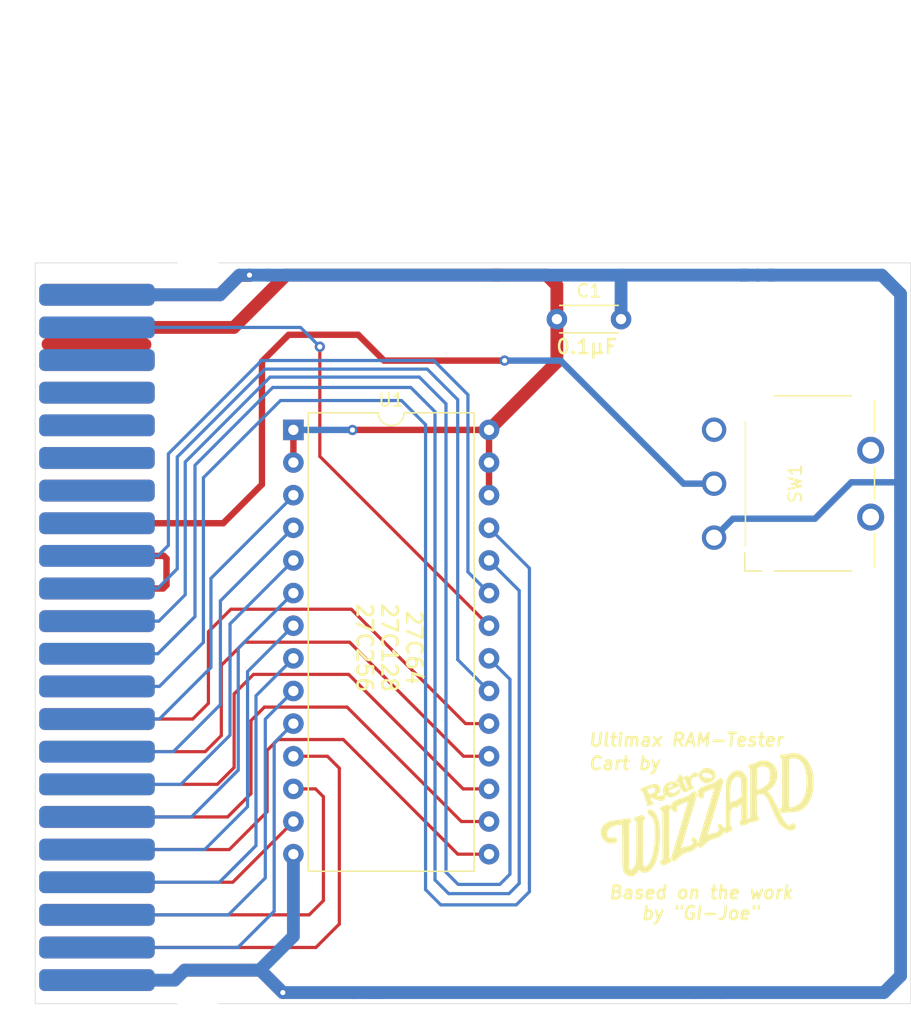
<source format=kicad_pcb>
(kicad_pcb (version 20171130) (host pcbnew "(5.1.9-17-gb76c5c9433)-1")

  (general
    (thickness 1.6)
    (drawings 9)
    (tracks 259)
    (zones 0)
    (modules 13)
    (nets 41)
  )

  (page A4)
  (layers
    (0 F.Cu signal)
    (31 B.Cu signal)
    (32 B.Adhes user)
    (33 F.Adhes user)
    (34 B.Paste user)
    (35 F.Paste user)
    (36 B.SilkS user)
    (37 F.SilkS user)
    (38 B.Mask user)
    (39 F.Mask user)
    (40 Dwgs.User user)
    (41 Cmts.User user)
    (42 Eco1.User user)
    (43 Eco2.User user)
    (44 Edge.Cuts user)
    (45 Margin user)
    (46 B.CrtYd user)
    (47 F.CrtYd user)
    (48 B.Fab user)
    (49 F.Fab user)
  )

  (setup
    (last_trace_width 0.25)
    (user_trace_width 0.4)
    (user_trace_width 0.5)
    (user_trace_width 1)
    (trace_clearance 0.2)
    (zone_clearance 0.508)
    (zone_45_only no)
    (trace_min 0.2)
    (via_size 0.8)
    (via_drill 0.4)
    (via_min_size 0.4)
    (via_min_drill 0.3)
    (uvia_size 0.3)
    (uvia_drill 0.1)
    (uvias_allowed no)
    (uvia_min_size 0.2)
    (uvia_min_drill 0.1)
    (edge_width 0.05)
    (segment_width 0.2)
    (pcb_text_width 0.3)
    (pcb_text_size 1.5 1.5)
    (mod_edge_width 0.12)
    (mod_text_size 1 1)
    (mod_text_width 0.15)
    (pad_size 3.5 3.5)
    (pad_drill 3.5)
    (pad_to_mask_clearance 0.051)
    (solder_mask_min_width 0.25)
    (aux_axis_origin 0 0)
    (grid_origin 129.88 95.09375)
    (visible_elements 7FFFFFFF)
    (pcbplotparams
      (layerselection 0x010fc_ffffffff)
      (usegerberextensions false)
      (usegerberattributes false)
      (usegerberadvancedattributes false)
      (creategerberjobfile false)
      (excludeedgelayer true)
      (linewidth 0.100000)
      (plotframeref false)
      (viasonmask false)
      (mode 1)
      (useauxorigin false)
      (hpglpennumber 1)
      (hpglpenspeed 20)
      (hpglpendiameter 15.000000)
      (psnegative false)
      (psa4output false)
      (plotreference true)
      (plotvalue true)
      (plotinvisibletext false)
      (padsonsilk false)
      (subtractmaskfromsilk false)
      (outputformat 1)
      (mirror false)
      (drillshape 0)
      (scaleselection 1)
      (outputdirectory "Gerber/"))
  )

  (net 0 "")
  (net 1 /Address9)
  (net 2 /Address8)
  (net 3 /Address5)
  (net 4 /Address6)
  (net 5 /Address7)
  (net 6 /Address0)
  (net 7 /Address1)
  (net 8 /Address2)
  (net 9 /Address3)
  (net 10 /Address4)
  (net 11 /SysClock)
  (net 12 /NMInterrupt)
  (net 13 /Reset)
  (net 14 /RomHigh)
  (net 15 /Address10)
  (net 16 /Address11)
  (net 17 /Address12)
  (net 18 /Address15)
  (net 19 /Data0)
  (net 20 /Data1)
  (net 21 /Data2)
  (net 22 /Data3)
  (net 23 /Data4)
  (net 24 /Data5)
  (net 25 /Data6)
  (net 26 /Power)
  (net 27 /BusAvail)
  (net 28 /Data7)
  (net 29 /DMA)
  (net 30 /RomLow)
  (net 31 /Game)
  (net 32 /InputOutput1)
  (net 33 /DotClock)
  (net 34 /ReadWrite)
  (net 35 /Interrupt)
  (net 36 /Ground)
  (net 37 "Net-(SW1-Pad3)")
  (net 38 /ExROM)
  (net 39 /Address13)
  (net 40 /Address14)

  (net_class Default "This is the default net class."
    (clearance 0.2)
    (trace_width 0.25)
    (via_dia 0.8)
    (via_drill 0.4)
    (uvia_dia 0.3)
    (uvia_drill 0.1)
    (add_net /Address0)
    (add_net /Address1)
    (add_net /Address10)
    (add_net /Address11)
    (add_net /Address12)
    (add_net /Address13)
    (add_net /Address14)
    (add_net /Address15)
    (add_net /Address2)
    (add_net /Address3)
    (add_net /Address4)
    (add_net /Address5)
    (add_net /Address6)
    (add_net /Address7)
    (add_net /Address8)
    (add_net /Address9)
    (add_net /BusAvail)
    (add_net /DMA)
    (add_net /Data0)
    (add_net /Data1)
    (add_net /Data2)
    (add_net /Data3)
    (add_net /Data4)
    (add_net /Data5)
    (add_net /Data6)
    (add_net /Data7)
    (add_net /DotClock)
    (add_net /ExROM)
    (add_net /Game)
    (add_net /Ground)
    (add_net /InputOutput1)
    (add_net /Interrupt)
    (add_net /NMInterrupt)
    (add_net /Power)
    (add_net /ReadWrite)
    (add_net /Reset)
    (add_net /RomHigh)
    (add_net /RomLow)
    (add_net /SysClock)
    (add_net "Net-(SW1-Pad3)")
  )

  (module MountingHoleCust:MountingHole_3.2mm_M3_Mod2 (layer F.Cu) (tedit 5D484084) (tstamp 5D4B581F)
    (at 165.05 72.25)
    (descr "Mounting Hole 3.2mm, no annular, M3")
    (tags "mounting hole 3.2mm no annular m3")
    (path /5D4B943E)
    (attr virtual)
    (fp_text reference H8 (at 0 -4.2) (layer F.SilkS) hide
      (effects (font (size 1 1) (thickness 0.15)))
    )
    (fp_text value H8 (at 0 4.2) (layer F.Fab) hide
      (effects (font (size 1 1) (thickness 0.15)))
    )
    (fp_text user %R (at 1.258 2.54) (layer F.Fab) hide
      (effects (font (size 1 1) (thickness 0.15)))
    )
    (pad "" np_thru_hole circle (at 0 0) (size 3.2 3.2) (drill 3.2) (layers *.Cu *.Mask))
  )

  (module MountingHoleCust:MountingHole_3.2mm_M3_Mod2 (layer F.Cu) (tedit 5D484084) (tstamp 5D4B5819)
    (at 165.05 121.55)
    (descr "Mounting Hole 3.2mm, no annular, M3")
    (tags "mounting hole 3.2mm no annular m3")
    (path /5D4B8769)
    (attr virtual)
    (fp_text reference H7 (at 0 -4.2) (layer F.SilkS) hide
      (effects (font (size 1 1) (thickness 0.15)))
    )
    (fp_text value H7 (at 0 4.2) (layer F.Fab) hide
      (effects (font (size 1 1) (thickness 0.15)))
    )
    (fp_text user %R (at 1.258 2.54) (layer F.Fab) hide
      (effects (font (size 1 1) (thickness 0.15)))
    )
    (pad "" np_thru_hole circle (at 0 0) (size 3.2 3.2) (drill 3.2) (layers *.Cu *.Mask))
  )

  (module MountingHoleCust:MountingHole_3.2mm_M3_Mod2 (layer F.Cu) (tedit 5D484084) (tstamp 5D4B5813)
    (at 113.472 68.072)
    (descr "Mounting Hole 3.2mm, no annular, M3")
    (tags "mounting hole 3.2mm no annular m3")
    (path /5D4B7A34)
    (attr virtual)
    (fp_text reference H6 (at 0 -4.2) (layer F.SilkS) hide
      (effects (font (size 1 1) (thickness 0.15)))
    )
    (fp_text value H6 (at 0 4.2) (layer F.Fab) hide
      (effects (font (size 1 1) (thickness 0.15)))
    )
    (fp_text user %R (at 1.258 2.54) (layer F.Fab) hide
      (effects (font (size 1 1) (thickness 0.15)))
    )
    (pad "" np_thru_hole circle (at 0 0) (size 3.2 3.2) (drill 3.2) (layers *.Cu *.Mask))
  )

  (module MountingHoleCust:MountingHole_3.2mm_M3_Mod2 (layer F.Cu) (tedit 5D484084) (tstamp 5D4B580D)
    (at 113.472 125.73)
    (descr "Mounting Hole 3.2mm, no annular, M3")
    (tags "mounting hole 3.2mm no annular m3")
    (path /5D4B86D9)
    (attr virtual)
    (fp_text reference H5 (at 0 -4.2) (layer F.SilkS) hide
      (effects (font (size 1 1) (thickness 0.15)))
    )
    (fp_text value H5 (at 0 4.2) (layer F.Fab) hide
      (effects (font (size 1 1) (thickness 0.15)))
    )
    (fp_text user %R (at 1.258 2.54) (layer F.Fab) hide
      (effects (font (size 1 1) (thickness 0.15)))
    )
    (pad "" np_thru_hole circle (at 0 0) (size 3.2 3.2) (drill 3.2) (layers *.Cu *.Mask))
  )

  (module MountingHoleCust:MountingHole_3.2mm_M3_Mod3 (layer F.Cu) (tedit 5C261C58) (tstamp 5D0DA693)
    (at 129.46 121.43)
    (descr "Mounting Hole 3.2mm, no annular, M3")
    (tags "mounting hole 3.2mm no annular m3")
    (path /5D0DC11C)
    (attr virtual)
    (fp_text reference H3 (at 0 -4.2) (layer F.SilkS) hide
      (effects (font (size 1 1) (thickness 0.15)))
    )
    (fp_text value H3 (at 0 4.2) (layer F.Fab) hide
      (effects (font (size 1 1) (thickness 0.15)))
    )
    (fp_text user %R (at 1.258 2.54) (layer F.Fab) hide
      (effects (font (size 1 1) (thickness 0.15)))
    )
    (pad "" np_thru_hole circle (at 1.63 -0.068) (size 3.2 3.2) (drill 3.2) (layers *.Cu *.Mask))
  )

  (module MountingHoleCust:MountingHole_4.5mm_Mod (layer F.Cu) (tedit 615B725F) (tstamp 5D0DA687)
    (at 147.1 96.75)
    (descr "Mounting Hole 4.3mm, no annular, M4")
    (tags "mounting hole 4.3mm no annular m4")
    (path /5D0DCA3D)
    (solder_mask_margin 0.2)
    (clearance 0.2)
    (attr virtual)
    (fp_text reference H1 (at 0.03836 -3.5915) (layer F.SilkS) hide
      (effects (font (size 1 1) (thickness 0.15)))
    )
    (fp_text value H1 (at 0.05614 3.60432) (layer F.Fab) hide
      (effects (font (size 1 1) (thickness 0.15)))
    )
    (pad "" np_thru_hole circle (at 0 0) (size 4.5 4.5) (drill 4.5) (layers *.Cu *.Mask))
  )

  (module MountingHoleCust:MountingHole_3.2mm_M3_Mod3 (layer F.Cu) (tedit 5C261C58) (tstamp 5D0DA68D)
    (at 129.46 72.598)
    (descr "Mounting Hole 3.2mm, no annular, M3")
    (tags "mounting hole 3.2mm no annular m3")
    (path /5D0DDA1F)
    (attr virtual)
    (fp_text reference H2 (at 0 -4.2) (layer F.SilkS) hide
      (effects (font (size 1 1) (thickness 0.15)))
    )
    (fp_text value H2 (at 0 4.2) (layer F.Fab) hide
      (effects (font (size 1 1) (thickness 0.15)))
    )
    (fp_text user %R (at 1.258 2.54) (layer F.Fab) hide
      (effects (font (size 1 1) (thickness 0.15)))
    )
    (pad "" np_thru_hole circle (at 1.63 -0.068) (size 3.2 3.2) (drill 3.2) (layers *.Cu *.Mask))
  )

  (module MountingHoleCust:MountingHole_4.8mm_Mod (layer F.Cu) (tedit 5D0E92A5) (tstamp 5D0EE188)
    (at 143 96.75)
    (descr "Mounting Hole 4.3mm, no annular, M4")
    (tags "mounting hole 4.3mm no annular m4")
    (path /5D14907C)
    (solder_mask_margin 0.2)
    (clearance 0.2)
    (attr virtual)
    (fp_text reference H4 (at 0.03836 -3.5915) (layer F.SilkS) hide
      (effects (font (size 1 1) (thickness 0.15)))
    )
    (fp_text value H4 (at 0.05614 3.60432) (layer F.Fab) hide
      (effects (font (size 1 1) (thickness 0.15)))
    )
    (pad "" np_thru_hole circle (at 0 0) (size 4.8 4.8) (drill 4.8) (layers *.Cu *.Mask))
  )

  (module CustomSwitch:SW_E-Switch_MTS-102_SPDT_Angled (layer F.Cu) (tedit 615F484F) (tstamp 614AB5A2)
    (at 161.375 89.255 90)
    (descr "E-Switch slide switch, EG series, SPDT, right angle, http://spec_sheets.e-switch.com/specs/P040042.pdf")
    (tags "switch SPDT")
    (path /614C10A2)
    (fp_text reference SW1 (at 4 -1.375 90) (layer F.SilkS)
      (effects (font (size 1 1) (thickness 0.15)))
    )
    (fp_text value SW_DPDT_x2 (at 3.92375 -3.02875 90) (layer F.Fab)
      (effects (font (size 1 1) (thickness 0.15)))
    )
    (fp_line (start -2.5 -5) (end 10.5 -5) (layer F.Fab) (width 0.1))
    (fp_line (start 10.5 -5) (end 10.5 4.5) (layer F.Fab) (width 0.1))
    (fp_line (start 10.5 4.5) (end -2.5 4.5) (layer F.Fab) (width 0.1))
    (fp_line (start -2.5 4.5) (end -2.5 -5) (layer F.Fab) (width 0.1))
    (fp_line (start 10.8458 -3) (end 10.8458 3) (layer F.SilkS) (width 0.12))
    (fp_line (start -2.8 3) (end -2.8 -3) (layer F.SilkS) (width 0.12))
    (fp_line (start -0.8128 -5.2578) (end 8.8 -5.2578) (layer F.SilkS) (width 0.12))
    (fp_line (start 0.1 4.8) (end -2.5 4.8) (layer F.SilkS) (width 0.12))
    (fp_line (start -1.5 -5) (end -2.5 -4) (layer F.Fab) (width 0.1))
    (fp_line (start -2.8 -4) (end -2.8 -5.3) (layer F.SilkS) (width 0.12))
    (fp_line (start -2.8 -5.3) (end -1.397 -5.3) (layer F.SilkS) (width 0.12))
    (fp_line (start 5.25 4.8) (end 2.75 4.8) (layer F.SilkS) (width 0.12))
    (fp_line (start 10.5 4.8) (end 8 4.8) (layer F.SilkS) (width 0.12))
    (fp_text user %R (at 4 1.25 90) (layer F.Fab)
      (effects (font (size 1 1) (thickness 0.1)))
    )
    (pad "" thru_hole circle (at 6.6 4.5 90) (size 2.1 2.1) (drill 1.3) (layers *.Cu *.Mask))
    (pad "" thru_hole circle (at 1.4 4.5 90) (size 2.1 2.1) (drill 1.3) (layers *.Cu *.Mask))
    (pad 1 thru_hole circle (at -0.2 -7.7 90) (size 1.9 1.9) (drill 1.25) (layers *.Cu *.Mask)
      (net 36 /Ground))
    (pad 2 thru_hole circle (at 4 -7.7 90) (size 1.9 1.9) (drill 1.25) (layers *.Cu *.Mask)
      (net 31 /Game))
    (pad 3 thru_hole circle (at 8.2 -7.7 90) (size 1.9 1.9) (drill 1.25) (layers *.Cu *.Mask)
      (net 37 "Net-(SW1-Pad3)"))
    (model ${KISYS3DMOD}/Button_Switch_THT.3dshapes/SW_E-Switch_EG1224_SPDT_Angled.wrl
      (at (xyz 0 0 0))
      (scale (xyz 1 1 1))
      (rotate (xyz 0 0 0))
    )
  )

  (module Wizzard:Wizzard_1200dpi (layer F.Cu) (tedit 0) (tstamp 614CE79E)
    (at 153.15375 110.99125)
    (fp_text reference G*** (at 0 0) (layer F.SilkS) hide
      (effects (font (size 1.524 1.524) (thickness 0.3)))
    )
    (fp_text value LOGO (at 0.75 0) (layer F.SilkS) hide
      (effects (font (size 1.524 1.524) (thickness 0.3)))
    )
    (fp_poly (pts (xy -4.374573 -0.364833) (xy -4.266921 -0.306318) (xy -4.161486 -0.213723) (xy -4.061371 -0.091078)
      (xy -3.969677 0.057585) (xy -3.889507 0.228234) (xy -3.823962 0.416837) (xy -3.802283 0.497417)
      (xy -3.769416 0.63761) (xy -3.743747 0.76626) (xy -3.724499 0.8917) (xy -3.710891 1.022263)
      (xy -3.702145 1.166281) (xy -3.697482 1.332088) (xy -3.696124 1.528016) (xy -3.696393 1.630284)
      (xy -3.700323 1.914135) (xy -3.709472 2.161399) (xy -3.724235 2.377549) (xy -3.745005 2.568056)
      (xy -3.772178 2.738392) (xy -3.77888 2.772834) (xy -3.797419 2.865198) (xy -3.819474 2.975303)
      (xy -3.840285 3.079374) (xy -3.84036 3.07975) (xy -3.909992 3.373509) (xy -3.995278 3.63878)
      (xy -4.094994 3.873786) (xy -4.20792 4.076752) (xy -4.332833 4.245903) (xy -4.468512 4.379464)
      (xy -4.613734 4.475659) (xy -4.767277 4.532713) (xy -4.849706 4.546294) (xy -4.979893 4.54055)
      (xy -5.10972 4.502774) (xy -5.223974 4.438265) (xy -5.267441 4.400745) (xy -5.347861 4.320326)
      (xy -5.391491 4.410129) (xy -5.440985 4.491469) (xy -5.510758 4.58022) (xy -5.590684 4.665651)
      (xy -5.670638 4.737031) (xy -5.740495 4.783626) (xy -5.746654 4.786563) (xy -5.857609 4.817374)
      (xy -5.987613 4.822004) (xy -6.122542 4.800568) (xy -6.179548 4.783011) (xy -6.312209 4.714351)
      (xy -6.419676 4.612294) (xy -6.491445 4.500021) (xy -6.512976 4.458377) (xy -6.5318 4.42128)
      (xy -6.548116 4.385726) (xy -6.562126 4.348711) (xy -6.574028 4.307232) (xy -6.584023 4.258283)
      (xy -6.592311 4.198861) (xy -6.599091 4.125961) (xy -6.604563 4.03658) (xy -6.608928 3.927713)
      (xy -6.612385 3.796357) (xy -6.615134 3.639506) (xy -6.617375 3.454157) (xy -6.619308 3.237306)
      (xy -6.621133 2.985948) (xy -6.62305 2.697079) (xy -6.624337 2.502944) (xy -6.626918 2.157869)
      (xy -6.629767 1.850503) (xy -6.632872 1.581416) (xy -6.636222 1.351174) (xy -6.639808 1.160346)
      (xy -6.643617 1.0095) (xy -6.647639 0.899203) (xy -6.651863 0.830023) (xy -6.656278 0.802527)
      (xy -6.656917 0.802036) (xy -6.698344 0.80345) (xy -6.770026 0.811352) (xy -6.860694 0.823985)
      (xy -6.959082 0.839591) (xy -7.05392 0.856412) (xy -7.133942 0.872691) (xy -7.1755 0.882932)
      (xy -7.358519 0.948007) (xy -7.514854 1.031395) (xy -7.642014 1.130021) (xy -7.737506 1.24081)
      (xy -7.798839 1.360685) (xy -7.82352 1.486572) (xy -7.809058 1.615396) (xy -7.797866 1.650988)
      (xy -7.746213 1.748285) (xy -7.672985 1.810779) (xy -7.576877 1.838935) (xy -7.456582 1.833219)
      (xy -7.355417 1.808745) (xy -7.28615 1.792019) (xy -7.227566 1.785383) (xy -7.206564 1.787055)
      (xy -7.166455 1.812607) (xy -7.119188 1.864001) (xy -7.074052 1.928074) (xy -7.040338 1.991661)
      (xy -7.027333 2.04101) (xy -7.046696 2.09581) (xy -7.099346 2.152751) (xy -7.177128 2.205342)
      (xy -7.271884 2.247091) (xy -7.295752 2.254633) (xy -7.459346 2.281701) (xy -7.620881 2.269764)
      (xy -7.775855 2.222078) (xy -7.919765 2.141902) (xy -8.048106 2.032491) (xy -8.156376 1.897104)
      (xy -8.240071 1.738997) (xy -8.294688 1.561428) (xy -8.301115 1.527467) (xy -8.312986 1.445665)
      (xy -8.315421 1.378586) (xy -8.307562 1.308507) (xy -8.288553 1.217709) (xy -8.285488 1.204604)
      (xy -8.223098 1.027785) (xy -8.125022 0.872492) (xy -7.992729 0.739964) (xy -7.827687 0.63144)
      (xy -7.631367 0.548159) (xy -7.449937 0.499956) (xy -7.371563 0.486283) (xy -7.263077 0.470685)
      (xy -7.136555 0.454737) (xy -7.004076 0.440015) (xy -6.947263 0.434356) (xy -6.81782 0.420816)
      (xy -6.690822 0.405478) (xy -6.57774 0.389866) (xy -6.490047 0.375509) (xy -6.461159 0.369693)
      (xy -6.325751 0.33964) (xy -6.225576 0.318286) (xy -6.15453 0.305205) (xy -6.106506 0.299974)
      (xy -6.075401 0.302168) (xy -6.055108 0.311364) (xy -6.039522 0.327137) (xy -6.029787 0.339717)
      (xy -5.995415 0.384269) (xy -5.971871 0.414083) (xy -5.926251 0.490821) (xy -5.921272 0.561729)
      (xy -5.957481 0.630242) (xy -6.015049 0.68453) (xy -6.085417 0.739595) (xy -6.092251 2.401594)
      (xy -6.093468 2.728721) (xy -6.094191 3.016105) (xy -6.094325 3.266332) (xy -6.093772 3.48199)
      (xy -6.092435 3.665668) (xy -6.090217 3.819951) (xy -6.087022 3.947428) (xy -6.082753 4.050687)
      (xy -6.077312 4.132315) (xy -6.070603 4.194899) (xy -6.062529 4.241027) (xy -6.052993 4.273287)
      (xy -6.041897 4.294267) (xy -6.029146 4.306553) (xy -6.020742 4.310797) (xy -5.974127 4.309132)
      (xy -5.912138 4.281978) (xy -5.846405 4.236448) (xy -5.788559 4.179653) (xy -5.772902 4.15925)
      (xy -5.730584 4.09971) (xy -5.693694 4.0478) (xy -5.661846 4.000315) (xy -5.634655 3.954051)
      (xy -5.611734 3.905802) (xy -5.592697 3.852364) (xy -5.577159 3.790533) (xy -5.564733 3.717102)
      (xy -5.555033 3.628869) (xy -5.547674 3.522627) (xy -5.54227 3.395172) (xy -5.538434 3.243299)
      (xy -5.535781 3.063803) (xy -5.533924 2.85348) (xy -5.532478 2.609125) (xy -5.531056 2.327532)
      (xy -5.530075 2.142977) (xy -5.52154 0.613538) (xy -5.58747 0.547608) (xy -5.624802 0.50558)
      (xy -5.642372 0.476158) (xy -5.64182 0.470098) (xy -5.644597 0.447532) (xy -5.660388 0.425051)
      (xy -5.68895 0.378436) (xy -5.704362 0.336166) (xy -5.699243 0.278877) (xy -5.653409 0.231136)
      (xy -5.567484 0.193382) (xy -5.468341 0.170322) (xy -5.381817 0.151353) (xy -5.30032 0.127035)
      (xy -5.251501 0.107253) (xy -5.15643 0.065725) (xy -5.083834 0.051599) (xy -5.024316 0.064414)
      (xy -4.979568 0.093953) (xy -4.923382 0.1544) (xy -4.880272 0.225058) (xy -4.856881 0.292647)
      (xy -4.85751 0.33791) (xy -4.880826 0.376282) (xy -4.924155 0.424636) (xy -4.943429 0.44255)
      (xy -5.0165 0.506707) (xy -5.0165 2.127717) (xy -5.016408 2.434666) (xy -5.016095 2.702262)
      (xy -5.015503 2.933485) (xy -5.014578 3.131314) (xy -5.013262 3.29873) (xy -5.011498 3.438711)
      (xy -5.009232 3.554237) (xy -5.006405 3.64829) (xy -5.002963 3.723847) (xy -4.998848 3.78389)
      (xy -4.994004 3.831397) (xy -4.988375 3.869349) (xy -4.983048 3.895804) (xy -4.956655 3.987768)
      (xy -4.924156 4.041304) (xy -4.878824 4.060314) (xy -4.81393 4.048697) (xy -4.757761 4.026433)
      (xy -4.662112 3.962566) (xy -4.570223 3.858198) (xy -4.482764 3.715049) (xy -4.400408 3.534836)
      (xy -4.323824 3.319281) (xy -4.253685 3.070101) (xy -4.19066 2.789016) (xy -4.135421 2.477746)
      (xy -4.123941 2.402417) (xy -4.113488 2.304129) (xy -4.105588 2.16727) (xy -4.100208 1.990883)
      (xy -4.097318 1.77401) (xy -4.096799 1.55575) (xy -4.098681 1.295325) (xy -4.104179 1.072882)
      (xy -4.114422 0.884143) (xy -4.130536 0.724832) (xy -4.153648 0.590669) (xy -4.184887 0.477378)
      (xy -4.225379 0.38068) (xy -4.276251 0.296298) (xy -4.33863 0.219954) (xy -4.413645 0.14737)
      (xy -4.483203 0.08938) (xy -4.560883 0.011588) (xy -4.61361 -0.074049) (xy -4.641411 -0.160793)
      (xy -4.644311 -0.241909) (xy -4.622338 -0.310657) (xy -4.575518 -0.360303) (xy -4.503877 -0.384108)
      (xy -4.481342 -0.385233) (xy -4.374573 -0.364833)) (layer F.SilkS) (width 0.01))
    (fp_poly (pts (xy 4.614884 -4.168566) (xy 4.776623 -4.12244) (xy 4.914031 -4.050629) (xy 4.915741 -4.049439)
      (xy 4.973444 -4.011366) (xy 5.018197 -3.985905) (xy 5.036008 -3.979333) (xy 5.059764 -3.963486)
      (xy 5.094116 -3.924081) (xy 5.103955 -3.910541) (xy 5.141814 -3.861728) (xy 5.174423 -3.828445)
      (xy 5.179479 -3.824823) (xy 5.204335 -3.797223) (xy 5.207 -3.786369) (xy 5.218658 -3.756772)
      (xy 5.247585 -3.710246) (xy 5.256751 -3.697463) (xy 5.289923 -3.643405) (xy 5.329218 -3.566235)
      (xy 5.366174 -3.482581) (xy 5.366443 -3.481916) (xy 5.391603 -3.416227) (xy 5.408637 -3.358835)
      (xy 5.419162 -3.298548) (xy 5.424795 -3.224175) (xy 5.427155 -3.124523) (xy 5.427627 -3.058583)
      (xy 5.427078 -2.936056) (xy 5.423247 -2.844133) (xy 5.41478 -2.771131) (xy 5.400322 -2.705365)
      (xy 5.378553 -2.63525) (xy 5.306353 -2.452054) (xy 5.220361 -2.294305) (xy 5.114003 -2.153521)
      (xy 4.980706 -2.021223) (xy 4.813898 -1.888929) (xy 4.78278 -1.866572) (xy 4.686644 -1.798317)
      (xy 4.789325 -1.687617) (xy 4.914576 -1.536585) (xy 5.039104 -1.353579) (xy 5.165208 -1.134987)
      (xy 5.263965 -0.941916) (xy 5.305652 -0.857486) (xy 5.342095 -0.785216) (xy 5.368231 -0.735068)
      (xy 5.376906 -0.719666) (xy 5.396984 -0.683274) (xy 5.427906 -0.620557) (xy 5.471099 -0.528466)
      (xy 5.52799 -0.403951) (xy 5.600006 -0.243961) (xy 5.609725 -0.22225) (xy 5.655638 -0.122242)
      (xy 5.699015 -0.032412) (xy 5.735258 0.038016) (xy 5.759768 0.079818) (xy 5.761519 0.08223)
      (xy 5.789466 0.131057) (xy 5.799667 0.169596) (xy 5.814923 0.21374) (xy 5.831417 0.232834)
      (xy 5.858403 0.275286) (xy 5.863167 0.301423) (xy 5.876568 0.342564) (xy 5.910244 0.395838)
      (xy 5.926667 0.415984) (xy 5.965233 0.466175) (xy 5.987766 0.507618) (xy 5.990167 0.518584)
      (xy 6.005876 0.557241) (xy 6.048488 0.61398) (xy 6.111229 0.681232) (xy 6.187325 0.751427)
      (xy 6.230192 0.786791) (xy 6.322898 0.847666) (xy 6.399705 0.870138) (xy 6.462392 0.854267)
      (xy 6.512737 0.800116) (xy 6.514806 0.79667) (xy 6.571095 0.732071) (xy 6.638899 0.698954)
      (xy 6.708461 0.69794) (xy 6.770025 0.729647) (xy 6.806545 0.778147) (xy 6.840175 0.832097)
      (xy 6.868018 0.867209) (xy 6.894082 0.913642) (xy 6.89495 0.976631) (xy 6.89336 0.987268)
      (xy 6.8587 1.075839) (xy 6.789863 1.153395) (xy 6.694577 1.214951) (xy 6.580566 1.255516)
      (xy 6.455556 1.270105) (xy 6.455236 1.270105) (xy 6.353834 1.25425) (xy 6.233877 1.210391)
      (xy 6.102985 1.143795) (xy 5.968778 1.059728) (xy 5.838879 0.963458) (xy 5.720907 0.86025)
      (xy 5.622483 0.755372) (xy 5.551228 0.654089) (xy 5.543667 0.640136) (xy 5.521464 0.598079)
      (xy 5.484747 0.529274) (xy 5.43913 0.444217) (xy 5.402248 0.375693) (xy 5.346363 0.267609)
      (xy 5.283315 0.138719) (xy 5.221947 0.007406) (xy 5.183142 -0.079765) (xy 5.075082 -0.328697)
      (xy 4.981591 -0.541955) (xy 4.900962 -0.722946) (xy 4.83149 -0.875075) (xy 4.77147 -1.001751)
      (xy 4.719197 -1.106378) (xy 4.672966 -1.192364) (xy 4.63107 -1.263115) (xy 4.591805 -1.322038)
      (xy 4.553465 -1.372539) (xy 4.514344 -1.418024) (xy 4.511761 -1.420859) (xy 4.405905 -1.51658)
      (xy 4.299978 -1.570689) (xy 4.191249 -1.583822) (xy 4.076991 -1.556619) (xy 4.027852 -1.533922)
      (xy 3.964993 -1.511076) (xy 3.910542 -1.502964) (xy 3.852333 -1.502833) (xy 3.852333 -0.712364)
      (xy 3.85241 -0.508452) (xy 3.852785 -0.342677) (xy 3.853671 -0.210842) (xy 3.855282 -0.108753)
      (xy 3.857835 -0.032211) (xy 3.861541 0.022979) (xy 3.866617 0.061013) (xy 3.873276 0.086088)
      (xy 3.881732 0.1024) (xy 3.8922 0.114145) (xy 3.894667 0.116417) (xy 3.926354 0.153011)
      (xy 3.937 0.178106) (xy 3.953096 0.206472) (xy 3.979333 0.227921) (xy 4.013618 0.271551)
      (xy 4.021977 0.333108) (xy 4.004794 0.397355) (xy 3.974042 0.439401) (xy 3.895782 0.49261)
      (xy 3.805669 0.524428) (xy 3.760997 0.529374) (xy 3.717224 0.538261) (xy 3.652069 0.561021)
      (xy 3.598333 0.584189) (xy 3.490475 0.625466) (xy 3.402092 0.640233) (xy 3.338027 0.628106)
      (xy 3.312604 0.606858) (xy 3.29339 0.587134) (xy 3.275344 0.594073) (xy 3.248986 0.632653)
      (xy 3.242399 0.643728) (xy 3.195661 0.701113) (xy 3.130072 0.735042) (xy 3.107629 0.741669)
      (xy 3.03454 0.765092) (xy 2.948479 0.798054) (xy 2.901954 0.818114) (xy 2.828159 0.849108)
      (xy 2.760382 0.87326) (xy 2.727577 0.882176) (xy 2.665434 0.879905) (xy 2.607957 0.854722)
      (xy 2.569374 0.814911) (xy 2.561167 0.785271) (xy 2.545813 0.738952) (xy 2.529417 0.719667)
      (xy 2.498854 0.669888) (xy 2.502149 0.606539) (xy 2.537499 0.53886) (xy 2.572067 0.501182)
      (xy 2.646468 0.433021) (xy 2.63525 -0.847831) (xy 2.503125 -0.689489) (xy 2.415296 -0.593601)
      (xy 2.34038 -0.534183) (xy 2.273813 -0.50915) (xy 2.21103 -0.516417) (xy 2.170234 -0.537377)
      (xy 2.117797 -0.564197) (xy 2.07185 -0.565338) (xy 2.022355 -0.537849) (xy 1.959271 -0.478784)
      (xy 1.954761 -0.474095) (xy 1.907897 -0.424207) (xy 1.870882 -0.379662) (xy 1.842548 -0.334763)
      (xy 1.821726 -0.283813) (xy 1.807247 -0.221116) (xy 1.797941 -0.140975) (xy 1.79264 -0.037692)
      (xy 1.790175 0.094428) (xy 1.789378 0.261083) (xy 1.789271 0.332428) (xy 1.789333 0.502617)
      (xy 1.790174 0.635347) (xy 1.792073 0.735487) (xy 1.795308 0.807908) (xy 1.800156 0.857479)
      (xy 1.806896 0.889072) (xy 1.815804 0.907556) (xy 1.822466 0.914511) (xy 1.880756 0.974642)
      (xy 1.930214 1.048358) (xy 1.961813 1.120496) (xy 1.9685 1.159796) (xy 1.949129 1.221671)
      (xy 1.897305 1.280576) (xy 1.822458 1.327399) (xy 1.778 1.343825) (xy 1.727158 1.363755)
      (xy 1.661839 1.39587) (xy 1.636647 1.409781) (xy 1.538849 1.451811) (xy 1.457976 1.455314)
      (xy 1.392735 1.419974) (xy 1.341831 1.345477) (xy 1.338017 1.337088) (xy 1.316043 1.289922)
      (xy 1.304647 1.278488) (xy 1.298157 1.299427) (xy 1.296202 1.312334) (xy 1.255245 1.45238)
      (xy 1.175881 1.578986) (xy 1.060658 1.689424) (xy 0.912125 1.780963) (xy 0.821778 1.820494)
      (xy 0.742356 1.849852) (xy 0.67621 1.871985) (xy 0.63468 1.883169) (xy 0.628807 1.883834)
      (xy 0.588804 1.891483) (xy 0.520146 1.911996) (xy 0.433154 1.941716) (xy 0.338151 1.976989)
      (xy 0.245459 2.014158) (xy 0.179917 2.042797) (xy 0.1196 2.075057) (xy 0.054149 2.12016)
      (xy -0.022397 2.182954) (xy -0.115997 2.268283) (xy -0.215667 2.364351) (xy -0.313154 2.459255)
      (xy -0.386071 2.52806) (xy -0.439649 2.574734) (xy -0.479118 2.603245) (xy -0.509706 2.617563)
      (xy -0.536646 2.621655) (xy -0.553658 2.620813) (xy -0.590766 2.61412) (xy -0.621632 2.597522)
      (xy -0.653475 2.563835) (xy -0.693512 2.505878) (xy -0.733352 2.442011) (xy -0.749378 2.42259)
      (xy -0.764467 2.4288) (xy -0.785031 2.466166) (xy -0.799815 2.49928) (xy -0.865487 2.603997)
      (xy -0.965587 2.703373) (xy -1.092227 2.790867) (xy -1.232276 2.85793) (xy -1.311489 2.887235)
      (xy -1.377425 2.909295) (xy -1.418702 2.920375) (xy -1.42436 2.921) (xy -1.464363 2.92865)
      (xy -1.533021 2.949163) (xy -1.620012 2.978883) (xy -1.715015 3.014155) (xy -1.807708 3.051325)
      (xy -1.87325 3.079964) (xy -1.933835 3.112384) (xy -1.999588 3.157742) (xy -2.076494 3.220899)
      (xy -2.170537 3.306716) (xy -2.267368 3.40008) (xy -2.381754 3.510157) (xy -2.472095 3.59018)
      (xy -2.543155 3.641116) (xy -2.599699 3.663929) (xy -2.64649 3.659585) (xy -2.688293 3.62905)
      (xy -2.729871 3.573288) (xy -2.771127 3.502169) (xy -2.818042 3.416587) (xy -2.775236 3.258752)
      (xy -2.741794 3.139055) (xy -2.696393 2.982293) (xy -2.639994 2.791713) (xy -2.573556 2.570564)
      (xy -2.506407 2.3495) (xy -2.471791 2.235865) (xy -2.436521 2.119771) (xy -2.405343 2.01685)
      (xy -2.38756 1.957917) (xy -2.359704 1.865777) (xy -2.325724 1.754036) (xy -2.291966 1.643547)
      (xy -2.284516 1.61925) (xy -2.249232 1.503391) (xy -2.209883 1.372808) (xy -2.174211 1.253207)
      (xy -2.169787 1.23825) (xy -2.136713 1.127037) (xy -2.100293 1.005781) (xy -2.067478 0.897603)
      (xy -2.062181 0.880295) (xy -2.038235 0.798174) (xy -2.020249 0.728816) (xy -2.0113 0.684345)
      (xy -2.010833 0.678153) (xy -2.000138 0.635587) (xy -1.991897 0.623359) (xy -1.975932 0.591753)
      (xy -1.957772 0.535513) (xy -1.950796 0.508) (xy -1.939208 0.462198) (xy -1.919633 0.390407)
      (xy -1.891459 0.290509) (xy -1.854074 0.160384) (xy -1.806865 -0.002086) (xy -1.749222 -0.199019)
      (xy -1.68053 -0.432535) (xy -1.611483 -0.666503) (xy -1.580464 -0.772619) (xy -1.554283 -0.864339)
      (xy -1.535082 -0.933992) (xy -1.525 -0.973911) (xy -1.524 -0.979908) (xy -1.539819 -0.983132)
      (xy -1.578294 -0.96762) (xy -1.582208 -0.965528) (xy -1.635917 -0.941242) (xy -1.709967 -0.91362)
      (xy -1.756833 -0.898358) (xy -1.825382 -0.874024) (xy -1.917921 -0.836524) (xy -2.020586 -0.791641)
      (xy -2.09094 -0.758981) (xy -2.19669 -0.706614) (xy -2.269035 -0.662996) (xy -2.313547 -0.62035)
      (xy -2.335795 -0.570896) (xy -2.341348 -0.506857) (xy -2.335778 -0.420454) (xy -2.335499 -0.417458)
      (xy -2.329729 -0.343832) (xy -2.332464 -0.29829) (xy -2.347899 -0.2668) (xy -2.380231 -0.235332)
      (xy -2.393279 -0.224281) (xy -2.448451 -0.185491) (xy -2.498082 -0.17356) (xy -2.536842 -0.177021)
      (xy -2.623818 -0.211632) (xy -2.699435 -0.281737) (xy -2.756803 -0.380731) (xy -2.761371 -0.392227)
      (xy -2.796542 -0.48432) (xy -2.885229 -0.398258) (xy -2.973917 -0.312196) (xy -2.985413 3.31821)
      (xy -2.89884 3.427734) (xy -2.83613 3.525708) (xy -2.813645 3.610632) (xy -2.831573 3.683112)
      (xy -2.890099 3.743753) (xy -2.989411 3.79316) (xy -3.013999 3.801686) (xy -3.090128 3.830144)
      (xy -3.182583 3.869623) (xy -3.26443 3.908211) (xy -3.377521 3.956992) (xy -3.465383 3.976407)
      (xy -3.532843 3.966901) (xy -3.577167 3.937) (xy -3.608485 3.89609) (xy -3.6195 3.865509)
      (xy -3.634433 3.828413) (xy -3.65125 3.81) (xy -3.682291 3.760067) (xy -3.67502 3.695132)
      (xy -3.629937 3.617094) (xy -3.587407 3.567367) (xy -3.491813 3.466166) (xy -3.503083 -0.189692)
      (xy -3.548198 -0.221288) (xy -3.583086 -0.257486) (xy -3.624399 -0.316646) (xy -3.649934 -0.361169)
      (xy -3.681119 -0.423753) (xy -3.693546 -0.462966) (xy -3.689127 -0.49238) (xy -3.672491 -0.52144)
      (xy -3.654682 -0.546305) (xy -3.633713 -0.566305) (xy -3.602362 -0.584876) (xy -3.553406 -0.605454)
      (xy -3.479622 -0.631474) (xy -3.373787 -0.666374) (xy -3.354917 -0.672517) (xy -3.262941 -0.703117)
      (xy -3.179031 -0.732229) (xy -3.116462 -0.755201) (xy -3.099358 -0.76206) (xy -3.015997 -0.779798)
      (xy -2.944542 -0.757013) (xy -2.884409 -0.693494) (xy -2.877712 -0.682767) (xy -2.830075 -0.60325)
      (xy -2.805535 -0.709712) (xy -2.77758 -0.799257) (xy -2.735253 -0.878433) (xy -2.674798 -0.949666)
      (xy -2.592459 -1.015383) (xy -2.484478 -1.078011) (xy -2.3471 -1.139975) (xy -2.176568 -1.203702)
      (xy -1.969125 -1.271619) (xy -1.905 -1.291385) (xy -1.727384 -1.352228) (xy -1.577042 -1.420569)
      (xy -1.438919 -1.504696) (xy -1.297964 -1.6129) (xy -1.255409 -1.649099) (xy -1.158285 -1.729425)
      (xy -1.083849 -1.779576) (xy -1.025941 -1.800357) (xy -0.978402 -1.792576) (xy -0.93507 -1.757038)
      (xy -0.891207 -1.696772) (xy -0.846772 -1.612624) (xy -0.828058 -1.531024) (xy -0.833667 -1.438191)
      (xy -0.855418 -1.344083) (xy -0.882135 -1.249143) (xy -0.915325 -1.133013) (xy -0.952839 -1.003026)
      (xy -0.992527 -0.866513) (xy -1.032242 -0.730807) (xy -1.069835 -0.603239) (xy -1.103156 -0.491142)
      (xy -1.130056 -0.401847) (xy -1.148388 -0.342686) (xy -1.153188 -0.328083) (xy -1.168808 -0.279878)
      (xy -1.19373 -0.199707) (xy -1.225311 -0.096218) (xy -1.260908 0.021942) (xy -1.289075 0.116417)
      (xy -1.333525 0.265653) (xy -1.383155 0.431371) (xy -1.432898 0.596709) (xy -1.47769 0.744808)
      (xy -1.49257 0.79375) (xy -1.529 0.913933) (xy -1.563817 1.029862) (xy -1.593855 1.130919)
      (xy -1.615948 1.206484) (xy -1.621983 1.227667) (xy -1.664951 1.379041) (xy -1.702636 1.50778)
      (xy -1.740432 1.632211) (xy -1.752826 1.672167) (xy -1.777805 1.753265) (xy -1.809789 1.858354)
      (xy -1.843738 1.970838) (xy -1.862067 2.032) (xy -1.896769 2.147856) (xy -1.934151 2.272162)
      (xy -1.968288 2.385233) (xy -1.982041 2.430592) (xy -2.004977 2.510825) (xy -2.020479 2.574531)
      (xy -2.026267 2.61186) (xy -2.025279 2.617277) (xy -2.001956 2.614949) (xy -1.955492 2.596882)
      (xy -1.93351 2.586284) (xy -1.871553 2.561917) (xy -1.782553 2.535332) (xy -1.681405 2.510094)
      (xy -1.583003 2.489768) (xy -1.502239 2.477921) (xy -1.474111 2.476293) (xy -1.399557 2.461175)
      (xy -1.314088 2.422524) (xy -1.233653 2.369523) (xy -1.174202 2.311356) (xy -1.165371 2.298531)
      (xy -1.138686 2.245264) (xy -1.128925 2.204175) (xy -1.130632 2.195505) (xy -1.148095 2.162791)
      (xy -1.178024 2.108661) (xy -1.196191 2.076296) (xy -1.238631 1.978384) (xy -1.243922 1.900422)
      (xy -1.211958 1.841877) (xy -1.143447 1.802494) (xy -1.057183 1.792882) (xy -0.974568 1.825421)
      (xy -0.895677 1.900083) (xy -0.895045 1.900869) (xy -0.832683 1.985559) (xy -0.794433 2.059381)
      (xy -0.77293 2.139774) (xy -0.763643 2.211917) (xy -0.751417 2.338917) (xy -0.71572 2.201334)
      (xy -0.693352 2.118532) (xy -0.66219 2.008917) (xy -0.621392 1.869635) (xy -0.570114 1.697828)
      (xy -0.507514 1.490641) (xy -0.453241 1.312334) (xy -0.418625 1.198698) (xy -0.383355 1.082604)
      (xy -0.352176 0.979683) (xy -0.334394 0.92075) (xy -0.306537 0.828611) (xy -0.272558 0.716869)
      (xy -0.2388 0.60638) (xy -0.231349 0.582084) (xy -0.196065 0.466224) (xy -0.156717 0.335641)
      (xy -0.121044 0.216041) (xy -0.11662 0.201084) (xy -0.083546 0.08987) (xy -0.047126 -0.031386)
      (xy -0.014311 -0.139564) (xy -0.009014 -0.156872) (xy 0.014931 -0.238992) (xy 0.032918 -0.30835)
      (xy 0.041866 -0.352822) (xy 0.042333 -0.359013) (xy 0.053029 -0.40158) (xy 0.06127 -0.413808)
      (xy 0.077235 -0.445414) (xy 0.095395 -0.501653) (xy 0.102371 -0.529166) (xy 0.113959 -0.574969)
      (xy 0.133534 -0.646759) (xy 0.161708 -0.746658) (xy 0.199093 -0.876783) (xy 0.246301 -1.039253)
      (xy 0.303945 -1.236186) (xy 0.372636 -1.469702) (xy 0.441684 -1.70367) (xy 0.472703 -1.809786)
      (xy 0.498884 -1.901505) (xy 0.518085 -1.971159) (xy 0.528166 -2.011078) (xy 0.529167 -2.017075)
      (xy 0.513347 -2.020299) (xy 0.474872 -2.004787) (xy 0.470958 -2.002695) (xy 0.41725 -1.978409)
      (xy 0.343199 -1.950786) (xy 0.296333 -1.935525) (xy 0.227785 -1.911191) (xy 0.135246 -1.87369)
      (xy 0.032581 -1.828807) (xy -0.037774 -1.796147) (xy -0.143523 -1.74378) (xy -0.215869 -1.700163)
      (xy -0.26038 -1.657516) (xy -0.282628 -1.608063) (xy -0.288182 -1.544023) (xy -0.282611 -1.45762)
      (xy -0.282333 -1.454624) (xy -0.276563 -1.380999) (xy -0.279297 -1.335457) (xy -0.294732 -1.303967)
      (xy -0.327065 -1.272499) (xy -0.340113 -1.261448) (xy -0.418938 -1.216977) (xy -0.498228 -1.213396)
      (xy -0.575211 -1.249382) (xy -0.647116 -1.323615) (xy -0.711174 -1.434775) (xy -0.713247 -1.439333)
      (xy -0.744509 -1.519237) (xy -0.757636 -1.589956) (xy -0.756651 -1.675137) (xy -0.755676 -1.688762)
      (xy -0.74073 -1.786066) (xy -0.709386 -1.872144) (xy -0.658302 -1.949362) (xy -0.584134 -2.020086)
      (xy -0.48354 -2.086683) (xy -0.353177 -2.151518) (xy -0.189701 -2.216959) (xy 0.01023 -2.285372)
      (xy 0.148167 -2.328552) (xy 0.325782 -2.389395) (xy 0.476125 -2.457735) (xy 0.614248 -2.541863)
      (xy 0.755203 -2.650067) (xy 0.797758 -2.686266) (xy 0.894882 -2.766592) (xy 0.969318 -2.816742)
      (xy 1.027225 -2.837524) (xy 1.074765 -2.829742) (xy 1.118097 -2.794205) (xy 1.16196 -2.733938)
      (xy 1.206395 -2.649791) (xy 1.225109 -2.56819) (xy 1.2195 -2.475358) (xy 1.197748 -2.38125)
      (xy 1.171031 -2.286309) (xy 1.137842 -2.17018) (xy 1.100328 -2.040192) (xy 1.060639 -1.90368)
      (xy 1.020924 -1.767974) (xy 0.983332 -1.640406) (xy 0.950011 -1.528309) (xy 0.92311 -1.439014)
      (xy 0.904779 -1.379853) (xy 0.899979 -1.36525) (xy 0.884359 -1.317045) (xy 0.859437 -1.236874)
      (xy 0.827855 -1.133385) (xy 0.792258 -1.015224) (xy 0.764092 -0.92075) (xy 0.719642 -0.771514)
      (xy 0.670012 -0.605796) (xy 0.620268 -0.440457) (xy 0.575476 -0.292359) (xy 0.560596 -0.243416)
      (xy 0.524167 -0.123233) (xy 0.48935 -0.007304) (xy 0.459311 0.093752) (xy 0.437219 0.169317)
      (xy 0.431184 0.1905) (xy 0.388215 0.341875) (xy 0.350531 0.470613) (xy 0.312734 0.595044)
      (xy 0.300341 0.635) (xy 0.275361 0.716099) (xy 0.243378 0.821187) (xy 0.209429 0.933671)
      (xy 0.1911 0.994834) (xy 0.156398 1.110689) (xy 0.119016 1.234995) (xy 0.084879 1.348066)
      (xy 0.071126 1.393425) (xy 0.048189 1.473659) (xy 0.032687 1.537364) (xy 0.0269 1.574693)
      (xy 0.027887 1.58011) (xy 0.05121 1.577782) (xy 0.097674 1.559716) (xy 0.119657 1.549117)
      (xy 0.181614 1.524751) (xy 0.270613 1.498165) (xy 0.371761 1.472927) (xy 0.470164 1.452601)
      (xy 0.550927 1.440754) (xy 0.579056 1.439127) (xy 0.65361 1.424008) (xy 0.739079 1.385357)
      (xy 0.819514 1.332356) (xy 0.878965 1.274189) (xy 0.887796 1.261365) (xy 0.91448 1.208098)
      (xy 0.924242 1.167008) (xy 0.922534 1.158338) (xy 0.905072 1.125625) (xy 0.875143 1.071494)
      (xy 0.856976 1.039129) (xy 0.817366 0.95603) (xy 0.805955 0.89152) (xy 0.821035 0.834222)
      (xy 0.825053 0.826335) (xy 0.869656 0.782953) (xy 0.937423 0.758643) (xy 1.011621 0.758313)
      (xy 1.035494 0.764589) (xy 1.085775 0.796022) (xy 1.144675 0.852294) (xy 1.201333 0.920659)
      (xy 1.244891 0.98837) (xy 1.262402 1.030944) (xy 1.287949 1.070444) (xy 1.332506 1.074599)
      (xy 1.386417 1.046179) (xy 1.393965 1.039638) (xy 1.400583 1.030346) (xy 1.406353 1.015573)
      (xy 1.411357 0.992592) (xy 1.415677 0.958675) (xy 1.419396 0.911094) (xy 1.422597 0.847121)
      (xy 1.42536 0.764028) (xy 1.427769 0.659087) (xy 1.429905 0.52957) (xy 1.431851 0.372749)
      (xy 1.43369 0.185896) (xy 1.435502 -0.033716) (xy 1.437372 -0.288816) (xy 1.43938 -0.582132)
      (xy 1.440483 -0.747023) (xy 1.441534 -0.902774) (xy 1.771132 -0.902774) (xy 1.852253 -0.964678)
      (xy 1.907114 -1.000977) (xy 1.96187 -1.020576) (xy 2.034399 -1.028883) (xy 2.068664 -1.030161)
      (xy 2.139503 -1.033308) (xy 2.188061 -1.042618) (xy 2.228698 -1.064783) (xy 2.27577 -1.106492)
      (xy 2.313769 -1.14438) (xy 2.387702 -1.209785) (xy 2.470833 -1.269876) (xy 2.536345 -1.307145)
      (xy 2.649106 -1.359268) (xy 2.640888 -1.986676) (xy 2.637499 -2.197328) (xy 2.632971 -2.370056)
      (xy 2.626683 -2.509266) (xy 2.618012 -2.619364) (xy 2.606337 -2.704755) (xy 2.591034 -2.769845)
      (xy 2.571482 -2.819041) (xy 2.547059 -2.856748) (xy 2.517143 -2.887372) (xy 2.513237 -2.890711)
      (xy 2.43541 -2.930617) (xy 2.344492 -2.935782) (xy 2.246522 -2.909229) (xy 2.147538 -2.853978)
      (xy 2.053581 -2.773054) (xy 1.970691 -2.669477) (xy 1.929128 -2.598395) (xy 1.895053 -2.529026)
      (xy 1.867338 -2.46357) (xy 1.845209 -2.396508) (xy 1.827894 -2.32232) (xy 1.814617 -2.23549)
      (xy 1.804607 -2.130498) (xy 1.797088 -2.001825) (xy 1.791288 -1.843954) (xy 1.786433 -1.651364)
      (xy 1.784674 -1.567928) (xy 1.771132 -0.902774) (xy 1.441534 -0.902774) (xy 1.442604 -1.061316)
      (xy 1.444561 -1.336159) (xy 1.446439 -1.574434) (xy 1.448321 -1.779025) (xy 1.450293 -1.952813)
      (xy 1.45244 -2.098682) (xy 1.454845 -2.219513) (xy 1.457593 -2.318189) (xy 1.46077 -2.397594)
      (xy 1.464459 -2.460609) (xy 1.468745 -2.510117) (xy 1.473713 -2.549001) (xy 1.479448 -2.580143)
      (xy 1.486033 -2.606426) (xy 1.493554 -2.630732) (xy 1.495974 -2.637977) (xy 1.559918 -2.798861)
      (xy 1.638995 -2.938997) (xy 1.742246 -3.072834) (xy 1.821451 -3.15805) (xy 1.929102 -3.261046)
      (xy 2.023846 -3.33352) (xy 2.116006 -3.380344) (xy 2.215906 -3.406388) (xy 2.333868 -3.416522)
      (xy 2.370667 -3.417166) (xy 2.468641 -3.415714) (xy 2.539552 -3.407902) (xy 2.598512 -3.390978)
      (xy 2.6541 -3.365554) (xy 2.756804 -3.295862) (xy 2.860275 -3.194887) (xy 2.955621 -3.072562)
      (xy 3.031317 -2.944139) (xy 3.100917 -2.804583) (xy 3.106866 -1.238723) (xy 3.108091 -0.939696)
      (xy 3.109378 -0.680259) (xy 3.110792 -0.457668) (xy 3.112397 -0.26918) (xy 3.114256 -0.11205)
      (xy 3.116435 0.016465) (xy 3.118997 0.119108) (xy 3.122007 0.198623) (xy 3.125528 0.257754)
      (xy 3.129626 0.299244) (xy 3.134363 0.325838) (xy 3.139805 0.340278) (xy 3.143908 0.344537)
      (xy 3.170118 0.378349) (xy 3.175 0.403219) (xy 3.184236 0.437036) (xy 3.19657 0.4445)
      (xy 3.208656 0.427257) (xy 3.205514 0.394194) (xy 3.205283 0.354195) (xy 3.229933 0.31148)
      (xy 3.268611 0.270348) (xy 3.344333 0.196807) (xy 3.344333 -2.422425) (xy 3.855018 -2.422425)
      (xy 3.855233 -2.274031) (xy 3.856076 -2.147885) (xy 3.857515 -2.049086) (xy 3.859517 -1.982734)
      (xy 3.861875 -1.954529) (xy 3.871449 -1.931869) (xy 3.890423 -1.921121) (xy 3.925515 -1.923138)
      (xy 3.983439 -1.93877) (xy 4.07091 -1.968871) (xy 4.122192 -1.987543) (xy 4.287134 -2.060267)
      (xy 4.441868 -2.151509) (xy 4.57893 -2.255434) (xy 4.690856 -2.366208) (xy 4.770181 -2.477997)
      (xy 4.783651 -2.504569) (xy 4.836678 -2.649863) (xy 4.872445 -2.813692) (xy 4.890613 -2.985647)
      (xy 4.890846 -3.155322) (xy 4.872807 -3.312306) (xy 4.83616 -3.446194) (xy 4.815603 -3.49214)
      (xy 4.748026 -3.57943) (xy 4.650055 -3.648708) (xy 4.530526 -3.697868) (xy 4.398276 -3.724804)
      (xy 4.262143 -3.727409) (xy 4.130963 -3.703576) (xy 4.054065 -3.673661) (xy 4.005672 -3.65059)
      (xy 3.9662 -3.630523) (xy 3.934711 -3.609138) (xy 3.910264 -3.582116) (xy 3.891922 -3.545137)
      (xy 3.878743 -3.493881) (xy 3.869789 -3.424027) (xy 3.86412 -3.331255) (xy 3.860798 -3.211246)
      (xy 3.858882 -3.059679) (xy 3.857434 -2.872234) (xy 3.856607 -2.765553) (xy 3.855465 -2.587965)
      (xy 3.855018 -2.422425) (xy 3.344333 -2.422425) (xy 3.344333 -3.506287) (xy 3.291417 -3.556)
      (xy 3.254939 -3.59923) (xy 3.237964 -3.636951) (xy 3.237827 -3.639064) (xy 3.225055 -3.682157)
      (xy 3.20753 -3.711516) (xy 3.188667 -3.764096) (xy 3.208996 -3.823624) (xy 3.234414 -3.857625)
      (xy 3.265834 -3.879787) (xy 3.318538 -3.891368) (xy 3.401582 -3.894666) (xy 3.489178 -3.898968)
      (xy 3.563786 -3.91514) (xy 3.639137 -3.948081) (xy 3.728961 -4.00269) (xy 3.757083 -4.021519)
      (xy 3.90511 -4.10056) (xy 4.073928 -4.155003) (xy 4.254512 -4.18463) (xy 4.437839 -4.189223)
      (xy 4.614884 -4.168566)) (layer F.SilkS) (width 0.01))
    (fp_poly (pts (xy 6.781327 -4.756932) (xy 7.009157 -4.73058) (xy 7.212592 -4.671899) (xy 7.397158 -4.578506)
      (xy 7.568381 -4.448019) (xy 7.626908 -4.392416) (xy 7.772216 -4.223105) (xy 7.905903 -4.020129)
      (xy 8.024097 -3.791443) (xy 8.122925 -3.545) (xy 8.198515 -3.288754) (xy 8.225877 -3.162135)
      (xy 8.242121 -3.048125) (xy 8.254789 -2.902658) (xy 8.263759 -2.735583) (xy 8.268907 -2.556747)
      (xy 8.27011 -2.375995) (xy 8.267246 -2.203176) (xy 8.260191 -2.048136) (xy 8.248823 -1.920723)
      (xy 8.241967 -1.87325) (xy 8.176133 -1.574782) (xy 8.085311 -1.298431) (xy 7.971314 -1.046912)
      (xy 7.835955 -0.822942) (xy 7.681048 -0.629237) (xy 7.508405 -0.468514) (xy 7.31984 -0.343489)
      (xy 7.177147 -0.277828) (xy 7.113792 -0.254364) (xy 7.056406 -0.235499) (xy 6.998534 -0.220241)
      (xy 6.933718 -0.207602) (xy 6.855502 -0.196591) (xy 6.75743 -0.186218) (xy 6.633045 -0.175494)
      (xy 6.47589 -0.163428) (xy 6.389455 -0.157055) (xy 6.252806 -0.146784) (xy 6.125281 -0.136718)
      (xy 6.01489 -0.127525) (xy 5.92964 -0.119876) (xy 5.877542 -0.114439) (xy 5.873525 -0.113916)
      (xy 5.804605 -0.112117) (xy 5.750841 -0.13348) (xy 5.729363 -0.148975) (xy 5.69284 -0.187095)
      (xy 5.680132 -0.220161) (xy 5.681039 -0.22412) (xy 5.678583 -0.257527) (xy 5.670436 -0.265961)
      (xy 5.641226 -0.303152) (xy 5.621797 -0.360761) (xy 5.618749 -0.416991) (xy 5.62131 -0.428248)
      (xy 5.647623 -0.461211) (xy 5.699029 -0.496767) (xy 5.727682 -0.511109) (xy 5.820833 -0.552314)
      (xy 5.820833 -2.381283) (xy 6.35 -2.381283) (xy 6.350117 -2.048099) (xy 6.350492 -1.75503)
      (xy 6.351154 -1.499859) (xy 6.352137 -1.280367) (xy 6.353473 -1.094337) (xy 6.355192 -0.939551)
      (xy 6.357328 -0.813791) (xy 6.359912 -0.714839) (xy 6.362975 -0.640479) (xy 6.36655 -0.588491)
      (xy 6.370669 -0.556659) (xy 6.375364 -0.542764) (xy 6.376458 -0.541902) (xy 6.429548 -0.533078)
      (xy 6.510305 -0.537267) (xy 6.606748 -0.552646) (xy 6.706895 -0.577395) (xy 6.784895 -0.604005)
      (xy 6.990959 -0.708096) (xy 7.173401 -0.846803) (xy 7.331474 -1.019123) (xy 7.464432 -1.224049)
      (xy 7.571527 -1.460579) (xy 7.652013 -1.727707) (xy 7.665674 -1.788583) (xy 7.69158 -1.947032)
      (xy 7.710131 -2.136084) (xy 7.721169 -2.344629) (xy 7.724539 -2.561553) (xy 7.720084 -2.775745)
      (xy 7.707648 -2.976091) (xy 7.687075 -3.15148) (xy 7.685022 -3.164416) (xy 7.646667 -3.3755)
      (xy 7.604813 -3.551323) (xy 7.556673 -3.698952) (xy 7.499459 -3.825454) (xy 7.430385 -3.937894)
      (xy 7.346663 -4.04334) (xy 7.331812 -4.059936) (xy 7.193441 -4.191733) (xy 7.051152 -4.2841)
      (xy 6.898949 -4.339889) (xy 6.730834 -4.361952) (xy 6.69542 -4.362568) (xy 6.581909 -4.353956)
      (xy 6.483316 -4.33002) (xy 6.408324 -4.293883) (xy 6.36562 -4.24867) (xy 6.363194 -4.243087)
      (xy 6.361211 -4.217176) (xy 6.359318 -4.152058) (xy 6.357538 -4.05086) (xy 6.355893 -3.91671)
      (xy 6.354404 -3.752733) (xy 6.353095 -3.562058) (xy 6.351986 -3.34781) (xy 6.351101 -3.113116)
      (xy 6.350462 -2.861104) (xy 6.35009 -2.594899) (xy 6.35 -2.381283) (xy 5.820833 -2.381283)
      (xy 5.820833 -4.251252) (xy 5.772301 -4.311084) (xy 5.697679 -4.414169) (xy 5.658362 -4.497016)
      (xy 5.653823 -4.561936) (xy 5.683538 -4.611238) (xy 5.701016 -4.624635) (xy 5.741493 -4.641751)
      (xy 5.803207 -4.650834) (xy 5.89487 -4.652887) (xy 5.939141 -4.652039) (xy 6.044979 -4.652084)
      (xy 6.136629 -4.660302) (xy 6.232609 -4.679265) (xy 6.336827 -4.707309) (xy 6.436041 -4.734594)
      (xy 6.514698 -4.751414) (xy 6.58861 -4.759536) (xy 6.673591 -4.760724) (xy 6.781327 -4.756932)) (layer F.SilkS) (width 0.01))
    (fp_poly (pts (xy -4.010142 -2.351203) (xy -3.913522 -2.332545) (xy -3.838229 -2.294598) (xy -3.774271 -2.232333)
      (xy -3.711859 -2.141062) (xy -3.67243 -2.068576) (xy -3.653539 -2.007153) (xy -3.649344 -1.934746)
      (xy -3.650066 -1.907881) (xy -3.657156 -1.827718) (xy -3.676079 -1.768871) (xy -3.714239 -1.710554)
      (xy -3.72539 -1.69643) (xy -3.788255 -1.63121) (xy -3.863019 -1.570903) (xy -3.89083 -1.552915)
      (xy -3.944392 -1.519246) (xy -3.965071 -1.497947) (xy -3.957903 -1.482559) (xy -3.949713 -1.477356)
      (xy -3.906263 -1.46316) (xy -3.842794 -1.452791) (xy -3.824899 -1.451238) (xy -3.764354 -1.445804)
      (xy -3.721632 -1.43963) (xy -3.71475 -1.437866) (xy -3.657356 -1.434223) (xy -3.586412 -1.449867)
      (xy -3.520729 -1.47873) (xy -3.479844 -1.513609) (xy -3.434818 -1.557869) (xy -3.386788 -1.561306)
      (xy -3.33847 -1.525043) (xy -3.292581 -1.450203) (xy -3.284926 -1.433046) (xy -3.261311 -1.335636)
      (xy -3.278297 -1.242823) (xy -3.304044 -1.19261) (xy -3.366425 -1.118451) (xy -3.44783 -1.072745)
      (xy -3.555557 -1.052198) (xy -3.6195 -1.050312) (xy -3.678329 -1.053027) (xy -3.737814 -1.061659)
      (xy -3.806164 -1.078458) (xy -3.891586 -1.105675) (xy -4.002288 -1.145557) (xy -4.095198 -1.180678)
      (xy -4.206422 -1.222593) (xy -4.30317 -1.25792) (xy -4.378868 -1.28435) (xy -4.426939 -1.299574)
      (xy -4.441083 -1.302139) (xy -4.437908 -1.280122) (xy -4.422521 -1.228699) (xy -4.398011 -1.157937)
      (xy -4.391156 -1.139309) (xy -4.356793 -1.054475) (xy -4.326389 -1.000543) (xy -4.293278 -0.96744)
      (xy -4.267521 -0.9525) (xy -4.218713 -0.913491) (xy -4.194066 -0.862702) (xy -4.197796 -0.813565)
      (xy -4.216388 -0.789681) (xy -4.248504 -0.772355) (xy -4.308732 -0.745964) (xy -4.385289 -0.715607)
      (xy -4.402667 -0.709083) (xy -4.48019 -0.679225) (xy -4.542999 -0.653095) (xy -4.579816 -0.635435)
      (xy -4.58341 -0.633079) (xy -4.616601 -0.629142) (xy -4.657494 -0.642465) (xy -4.690994 -0.666564)
      (xy -4.705475 -0.703233) (xy -4.707497 -0.761276) (xy -4.711374 -0.805425) (xy -4.725562 -0.868203)
      (xy -4.751439 -0.953928) (xy -4.790386 -1.06692) (xy -4.84378 -1.211498) (xy -4.889507 -1.331256)
      (xy -4.94852 -1.483257) (xy -4.995122 -1.600145) (xy -5.031527 -1.686534) (xy -5.059945 -1.74704)
      (xy -5.082589 -1.786277) (xy -5.10167 -1.808859) (xy -5.1194 -1.819403) (xy -5.124109 -1.820752)
      (xy -5.170325 -1.847347) (xy -5.206682 -1.89124) (xy -5.225425 -1.93195) (xy -5.224423 -1.937955)
      (xy -4.693564 -1.937955) (xy -4.688575 -1.917716) (xy -4.670995 -1.866763) (xy -4.64389 -1.793717)
      (xy -4.622659 -1.738583) (xy -4.591399 -1.65658) (xy -4.567268 -1.601216) (xy -4.542215 -1.570028)
      (xy -4.508185 -1.560557) (xy -4.457125 -1.570342) (xy -4.380982 -1.59692) (xy -4.281337 -1.634279)
      (xy -4.200025 -1.66634) (xy -4.133317 -1.696362) (xy -4.091889 -1.719398) (xy -4.084993 -1.725293)
      (xy -4.066682 -1.772537) (xy -4.061939 -1.842055) (xy -4.071006 -1.915936) (xy -4.081904 -1.95178)
      (xy -4.122182 -2.022045) (xy -4.17515 -2.073414) (xy -4.229622 -2.095332) (xy -4.234258 -2.0955)
      (xy -4.265587 -2.088769) (xy -4.325515 -2.070998) (xy -4.403458 -2.045815) (xy -4.488832 -2.016851)
      (xy -4.571056 -1.987737) (xy -4.639545 -1.962102) (xy -4.683717 -1.943576) (xy -4.693564 -1.937955)
      (xy -5.224423 -1.937955) (xy -5.220716 -1.960156) (xy -5.18813 -1.993813) (xy -5.179537 -2.001335)
      (xy -5.123205 -2.039888) (xy -5.066616 -2.063707) (xy -5.063121 -2.064487) (xy -5.010495 -2.076281)
      (xy -4.955491 -2.091464) (xy -4.890666 -2.112602) (xy -4.808574 -2.142263) (xy -4.701769 -2.183012)
      (xy -4.572 -2.233795) (xy -4.443539 -2.283185) (xy -4.345161 -2.317654) (xy -4.26832 -2.3396)
      (xy -4.204471 -2.351422) (xy -4.14507 -2.355519) (xy -4.138083 -2.355604) (xy -4.010142 -2.351203)) (layer F.SilkS) (width 0.01))
    (fp_poly (pts (xy -2.523102 -2.529302) (xy -2.470737 -2.511221) (xy -2.383145 -2.461647) (xy -2.307927 -2.399843)
      (xy -2.250012 -2.332659) (xy -2.214327 -2.266945) (xy -2.205803 -2.20955) (xy -2.225596 -2.170513)
      (xy -2.253669 -2.155113) (xy -2.314782 -2.127791) (xy -2.402275 -2.091319) (xy -2.509486 -2.048468)
      (xy -2.629754 -2.002011) (xy -2.637993 -1.998884) (xy -2.769912 -1.948694) (xy -2.866994 -1.910842)
      (xy -2.934016 -1.882741) (xy -2.975753 -1.861801) (xy -2.996984 -1.845435) (xy -3.002483 -1.831052)
      (xy -2.997029 -1.816066) (xy -2.99153 -1.807297) (xy -2.955685 -1.767126) (xy -2.90108 -1.720368)
      (xy -2.877591 -1.703171) (xy -2.770678 -1.652694) (xy -2.657216 -1.640591) (xy -2.543897 -1.665027)
      (xy -2.437412 -1.724167) (xy -2.344453 -1.816176) (xy -2.315343 -1.857375) (xy -2.256712 -1.932153)
      (xy -2.202426 -1.968718) (xy -2.155027 -1.96634) (xy -2.117056 -1.924287) (xy -2.112821 -1.915595)
      (xy -2.101965 -1.843091) (xy -2.125346 -1.75725) (xy -2.180165 -1.665238) (xy -2.235797 -1.600941)
      (xy -2.312042 -1.53618) (xy -2.407189 -1.473285) (xy -2.50797 -1.419539) (xy -2.601116 -1.382228)
      (xy -2.657374 -1.369477) (xy -2.709807 -1.361125) (xy -2.742041 -1.351517) (xy -2.777781 -1.343744)
      (xy -2.83895 -1.339597) (xy -2.908773 -1.339352) (xy -2.970478 -1.343283) (xy -2.995083 -1.347374)
      (xy -3.142203 -1.399198) (xy -3.26255 -1.478816) (xy -3.306325 -1.520759) (xy -3.383468 -1.613363)
      (xy -3.429707 -1.701799) (xy -3.451424 -1.80195) (xy -3.455458 -1.891969) (xy -3.434994 -2.041118)
      (xy -3.411005 -2.097128) (xy -3.064175 -2.097128) (xy -3.062251 -2.083874) (xy -3.046292 -2.081134)
      (xy -3.010465 -2.089935) (xy -2.948935 -2.111302) (xy -2.85587 -2.146264) (xy -2.811075 -2.163307)
      (xy -2.721958 -2.200833) (xy -2.672644 -2.231904) (xy -2.661626 -2.259321) (xy -2.687397 -2.285885)
      (xy -2.733117 -2.308251) (xy -2.819183 -2.322898) (xy -2.904573 -2.301034) (xy -2.980574 -2.247713)
      (xy -3.038476 -2.167987) (xy -3.057896 -2.119869) (xy -3.064175 -2.097128) (xy -3.411005 -2.097128)
      (xy -3.375439 -2.180163) (xy -3.279556 -2.305377) (xy -3.150104 -2.413035) (xy -3.012957 -2.489228)
      (xy -2.899161 -2.526484) (xy -2.76961 -2.545986) (xy -2.639268 -2.547128) (xy -2.523102 -2.529302)) (layer F.SilkS) (width 0.01))
    (fp_poly (pts (xy -0.872141 -3.26554) (xy -0.816175 -3.250694) (xy -0.786641 -3.231013) (xy -0.742695 -3.167348)
      (xy -0.727137 -3.090823) (xy -0.73848 -3.014147) (xy -0.775238 -2.95003) (xy -0.823514 -2.915651)
      (xy -0.912225 -2.891055) (xy -0.990215 -2.89257) (xy -1.046401 -2.919799) (xy -1.050257 -2.92377)
      (xy -1.07306 -2.945365) (xy -1.091106 -2.944188) (xy -1.113607 -2.914953) (xy -1.137725 -2.87359)
      (xy -1.171503 -2.805478) (xy -1.20883 -2.717123) (xy -1.238453 -2.636693) (xy -1.287907 -2.489969)
      (xy -1.233378 -2.350943) (xy -1.192913 -2.264369) (xy -1.147995 -2.194292) (xy -1.118591 -2.162757)
      (xy -1.074536 -2.110179) (xy -1.058636 -2.054187) (xy -1.073404 -2.007168) (xy -1.084792 -1.996209)
      (xy -1.128333 -1.971986) (xy -1.195616 -1.943401) (xy -1.274427 -1.914596) (xy -1.352549 -1.889717)
      (xy -1.417766 -1.872907) (xy -1.457861 -1.868309) (xy -1.460445 -1.868785) (xy -1.505147 -1.860156)
      (xy -1.534721 -1.827737) (xy -1.595921 -1.769897) (xy -1.681155 -1.735428) (xy -1.776485 -1.728987)
      (xy -1.812568 -1.734883) (xy -1.87556 -1.764484) (xy -1.945222 -1.81925) (xy -2.008175 -1.887062)
      (xy -2.047201 -1.947488) (xy -2.064841 -1.988131) (xy -2.09304 -2.058168) (xy -2.127709 -2.147273)
      (xy -2.159892 -2.232109) (xy -2.203779 -2.348369) (xy -2.236186 -2.430458) (xy -2.260256 -2.483937)
      (xy -2.279132 -2.514361) (xy -2.295958 -2.527289) (xy -2.313878 -2.528279) (xy -2.325893 -2.525605)
      (xy -2.382851 -2.527535) (xy -2.43099 -2.556109) (xy -2.454944 -2.601377) (xy -2.455506 -2.609536)
      (xy -2.437937 -2.654923) (xy -2.42865 -2.665955) (xy -1.89208 -2.665955) (xy -1.883684 -2.625871)
      (xy -1.865321 -2.57175) (xy -1.836589 -2.493501) (xy -1.807213 -2.418153) (xy -1.796321 -2.391833)
      (xy -1.771927 -2.331901) (xy -1.740704 -2.251538) (xy -1.715132 -2.183526) (xy -1.68525 -2.11394)
      (xy -1.655087 -2.061909) (xy -1.631822 -2.039124) (xy -1.581744 -2.019576) (xy -1.566333 -2.011999)
      (xy -1.53506 -2.0102) (xy -1.519398 -2.039303) (xy -1.522011 -2.089905) (xy -1.533691 -2.12725)
      (xy -1.550686 -2.17043) (xy -1.578979 -2.243663) (xy -1.6149 -2.3374) (xy -1.654781 -2.442096)
      (xy -1.662737 -2.463055) (xy -1.702445 -2.563209) (xy -1.739481 -2.648456) (xy -1.770294 -2.711183)
      (xy -1.791335 -2.743779) (xy -1.794949 -2.746455) (xy -1.829933 -2.741221) (xy -1.863281 -2.717566)
      (xy -1.885344 -2.691877) (xy -1.89208 -2.665955) (xy -2.42865 -2.665955) (xy -2.388326 -2.713851)
      (xy -2.359034 -2.741083) (xy -2.303748 -2.792994) (xy -2.272938 -2.836649) (xy -2.257411 -2.889452)
      (xy -2.250082 -2.947311) (xy -2.235217 -3.035626) (xy -2.209935 -3.087532) (xy -2.170302 -3.108455)
      (xy -2.133707 -3.107833) (xy -2.088529 -3.082855) (xy -2.043938 -3.019084) (xy -2.036963 -3.005666)
      (xy -1.998843 -2.942395) (xy -1.958834 -2.90874) (xy -1.920546 -2.896102) (xy -1.853181 -2.893846)
      (xy -1.820333 -2.908333) (xy -1.783736 -2.930672) (xy -1.723014 -2.960164) (xy -1.67409 -2.981083)
      (xy -1.607686 -3.006285) (xy -1.566037 -3.015297) (xy -1.535253 -3.009213) (xy -1.50891 -2.994077)
      (xy -1.468255 -2.959414) (xy -1.448779 -2.93035) (xy -1.428797 -2.870348) (xy -1.413549 -2.849915)
      (xy -1.39568 -2.868048) (xy -1.369819 -2.919586) (xy -1.332944 -2.981304) (xy -1.276994 -3.057294)
      (xy -1.213274 -3.132347) (xy -1.205195 -3.141045) (xy -1.085239 -3.268667) (xy -0.957644 -3.269459)
      (xy -0.872141 -3.26554)) (layer F.SilkS) (width 0.01))
    (fp_poly (pts (xy 0.079314 -3.596412) (xy 0.209204 -3.571928) (xy 0.320083 -3.524638) (xy 0.421951 -3.451354)
      (xy 0.439285 -3.435904) (xy 0.54057 -3.319265) (xy 0.60611 -3.190187) (xy 0.634096 -3.054566)
      (xy 0.62272 -2.918299) (xy 0.610813 -2.876533) (xy 0.550411 -2.755215) (xy 0.45725 -2.640361)
      (xy 0.340823 -2.541012) (xy 0.210625 -2.466209) (xy 0.158377 -2.445714) (xy 0.089492 -2.427732)
      (xy 0.014574 -2.416206) (xy -0.052665 -2.412332) (xy -0.098516 -2.417306) (xy -0.10824 -2.422462)
      (xy -0.13358 -2.432222) (xy -0.182679 -2.443347) (xy -0.188331 -2.444368) (xy -0.307697 -2.484558)
      (xy -0.421446 -2.557401) (xy -0.522431 -2.654619) (xy -0.603506 -2.767937) (xy -0.657522 -2.889075)
      (xy -0.677332 -3.009758) (xy -0.677333 -3.010683) (xy -0.66624 -3.081918) (xy -0.424355 -3.081918)
      (xy -0.40529 -3.012534) (xy -0.349745 -2.948361) (xy -0.250197 -2.88944) (xy -0.124935 -2.846018)
      (xy 0.011993 -2.82048) (xy 0.146541 -2.815208) (xy 0.264663 -2.832588) (xy 0.288189 -2.840097)
      (xy 0.348822 -2.879863) (xy 0.373206 -2.939153) (xy 0.359399 -3.012694) (xy 0.355147 -3.022093)
      (xy 0.311735 -3.072175) (xy 0.235813 -3.120585) (xy 0.137176 -3.164115) (xy 0.025619 -3.199555)
      (xy -0.089063 -3.223695) (xy -0.197075 -3.233327) (xy -0.273784 -3.22815) (xy -0.356324 -3.198115)
      (xy -0.407273 -3.146575) (xy -0.424355 -3.081918) (xy -0.66624 -3.081918) (xy -0.657335 -3.139101)
      (xy -0.601814 -3.263782) (xy -0.517482 -3.378096) (xy -0.411051 -3.475411) (xy -0.289232 -3.549095)
      (xy -0.158737 -3.592518) (xy -0.079589 -3.601276) (xy 0.079314 -3.596412)) (layer F.SilkS) (width 0.01))
  )

  (module Package_DIP:DIP-28_W15.24mm (layer F.Cu) (tedit 5A02E8C5) (tstamp 614AC658)
    (at 120.90375 81.07125)
    (descr "28-lead though-hole mounted DIP package, row spacing 15.24 mm (600 mils)")
    (tags "THT DIP DIL PDIP 2.54mm 15.24mm 600mil")
    (path /614CC901)
    (fp_text reference U1 (at 7.62 -2.33) (layer F.SilkS)
      (effects (font (size 1 1) (thickness 0.15)))
    )
    (fp_text value 27C256 (at 7.62 35.35) (layer F.Fab)
      (effects (font (size 1 1) (thickness 0.15)))
    )
    (fp_line (start 16.3 -1.55) (end -1.05 -1.55) (layer F.CrtYd) (width 0.05))
    (fp_line (start 16.3 34.55) (end 16.3 -1.55) (layer F.CrtYd) (width 0.05))
    (fp_line (start -1.05 34.55) (end 16.3 34.55) (layer F.CrtYd) (width 0.05))
    (fp_line (start -1.05 -1.55) (end -1.05 34.55) (layer F.CrtYd) (width 0.05))
    (fp_line (start 14.08 -1.33) (end 8.62 -1.33) (layer F.SilkS) (width 0.12))
    (fp_line (start 14.08 34.35) (end 14.08 -1.33) (layer F.SilkS) (width 0.12))
    (fp_line (start 1.16 34.35) (end 14.08 34.35) (layer F.SilkS) (width 0.12))
    (fp_line (start 1.16 -1.33) (end 1.16 34.35) (layer F.SilkS) (width 0.12))
    (fp_line (start 6.62 -1.33) (end 1.16 -1.33) (layer F.SilkS) (width 0.12))
    (fp_line (start 0.255 -0.27) (end 1.255 -1.27) (layer F.Fab) (width 0.1))
    (fp_line (start 0.255 34.29) (end 0.255 -0.27) (layer F.Fab) (width 0.1))
    (fp_line (start 14.985 34.29) (end 0.255 34.29) (layer F.Fab) (width 0.1))
    (fp_line (start 14.985 -1.27) (end 14.985 34.29) (layer F.Fab) (width 0.1))
    (fp_line (start 1.255 -1.27) (end 14.985 -1.27) (layer F.Fab) (width 0.1))
    (fp_text user %R (at 7.62 16.51) (layer F.Fab)
      (effects (font (size 1 1) (thickness 0.15)))
    )
    (fp_arc (start 7.62 -1.33) (end 6.62 -1.33) (angle -180) (layer F.SilkS) (width 0.12))
    (pad 28 thru_hole oval (at 15.24 0) (size 1.6 1.6) (drill 0.8) (layers *.Cu *.Mask)
      (net 26 /Power))
    (pad 14 thru_hole oval (at 0 33.02) (size 1.6 1.6) (drill 0.8) (layers *.Cu *.Mask)
      (net 36 /Ground))
    (pad 27 thru_hole oval (at 15.24 2.54) (size 1.6 1.6) (drill 0.8) (layers *.Cu *.Mask)
      (net 26 /Power))
    (pad 13 thru_hole oval (at 0 30.48) (size 1.6 1.6) (drill 0.8) (layers *.Cu *.Mask)
      (net 21 /Data2))
    (pad 26 thru_hole oval (at 15.24 5.08) (size 1.6 1.6) (drill 0.8) (layers *.Cu *.Mask)
      (net 26 /Power))
    (pad 12 thru_hole oval (at 0 27.94) (size 1.6 1.6) (drill 0.8) (layers *.Cu *.Mask)
      (net 20 /Data1))
    (pad 25 thru_hole oval (at 15.24 7.62) (size 1.6 1.6) (drill 0.8) (layers *.Cu *.Mask)
      (net 2 /Address8))
    (pad 11 thru_hole oval (at 0 25.4) (size 1.6 1.6) (drill 0.8) (layers *.Cu *.Mask)
      (net 19 /Data0))
    (pad 24 thru_hole oval (at 15.24 10.16) (size 1.6 1.6) (drill 0.8) (layers *.Cu *.Mask)
      (net 1 /Address9))
    (pad 10 thru_hole oval (at 0 22.86) (size 1.6 1.6) (drill 0.8) (layers *.Cu *.Mask)
      (net 6 /Address0))
    (pad 23 thru_hole oval (at 15.24 12.7) (size 1.6 1.6) (drill 0.8) (layers *.Cu *.Mask)
      (net 17 /Address12))
    (pad 9 thru_hole oval (at 0 20.32) (size 1.6 1.6) (drill 0.8) (layers *.Cu *.Mask)
      (net 7 /Address1))
    (pad 22 thru_hole oval (at 15.24 15.24) (size 1.6 1.6) (drill 0.8) (layers *.Cu *.Mask)
      (net 14 /RomHigh))
    (pad 8 thru_hole oval (at 0 17.78) (size 1.6 1.6) (drill 0.8) (layers *.Cu *.Mask)
      (net 8 /Address2))
    (pad 21 thru_hole oval (at 15.24 17.78) (size 1.6 1.6) (drill 0.8) (layers *.Cu *.Mask)
      (net 15 /Address10))
    (pad 7 thru_hole oval (at 0 15.24) (size 1.6 1.6) (drill 0.8) (layers *.Cu *.Mask)
      (net 9 /Address3))
    (pad 20 thru_hole oval (at 15.24 20.32) (size 1.6 1.6) (drill 0.8) (layers *.Cu *.Mask)
      (net 16 /Address11))
    (pad 6 thru_hole oval (at 0 12.7) (size 1.6 1.6) (drill 0.8) (layers *.Cu *.Mask)
      (net 10 /Address4))
    (pad 19 thru_hole oval (at 15.24 22.86) (size 1.6 1.6) (drill 0.8) (layers *.Cu *.Mask)
      (net 28 /Data7))
    (pad 5 thru_hole oval (at 0 10.16) (size 1.6 1.6) (drill 0.8) (layers *.Cu *.Mask)
      (net 3 /Address5))
    (pad 18 thru_hole oval (at 15.24 25.4) (size 1.6 1.6) (drill 0.8) (layers *.Cu *.Mask)
      (net 25 /Data6))
    (pad 4 thru_hole oval (at 0 7.62) (size 1.6 1.6) (drill 0.8) (layers *.Cu *.Mask)
      (net 4 /Address6))
    (pad 17 thru_hole oval (at 15.24 27.94) (size 1.6 1.6) (drill 0.8) (layers *.Cu *.Mask)
      (net 24 /Data5))
    (pad 3 thru_hole oval (at 0 5.08) (size 1.6 1.6) (drill 0.8) (layers *.Cu *.Mask)
      (net 5 /Address7))
    (pad 16 thru_hole oval (at 15.24 30.48) (size 1.6 1.6) (drill 0.8) (layers *.Cu *.Mask)
      (net 23 /Data4))
    (pad 2 thru_hole oval (at 0 2.54) (size 1.6 1.6) (drill 0.8) (layers *.Cu *.Mask)
      (net 26 /Power))
    (pad 15 thru_hole oval (at 15.24 33.02) (size 1.6 1.6) (drill 0.8) (layers *.Cu *.Mask)
      (net 22 /Data3))
    (pad 1 thru_hole rect (at 0 0) (size 1.6 1.6) (drill 0.8) (layers *.Cu *.Mask)
      (net 26 /Power))
    (model ${KISYS3DMOD}/Package_DIP.3dshapes/DIP-28_W15.24mm.wrl
      (at (xyz 0 0 0))
      (scale (xyz 1 1 1))
      (rotate (xyz 0 0 0))
    )
  )

  (module Capacitor_THT:C_Disc_D4.3mm_W1.9mm_P5.00mm (layer F.Cu) (tedit 5AE50EF0) (tstamp 614AB4D0)
    (at 141.42875 72.45)
    (descr "C, Disc series, Radial, pin pitch=5.00mm, , diameter*width=4.3*1.9mm^2, Capacitor, http://www.vishay.com/docs/45233/krseries.pdf")
    (tags "C Disc series Radial pin pitch 5.00mm  diameter 4.3mm width 1.9mm Capacitor")
    (path /614C4185)
    (fp_text reference C1 (at 2.5 -2.2) (layer F.SilkS)
      (effects (font (size 1 1) (thickness 0.15)))
    )
    (fp_text value C_Small (at 2.5 2.2) (layer F.Fab)
      (effects (font (size 1 1) (thickness 0.15)))
    )
    (fp_line (start 6.05 -1.2) (end -1.05 -1.2) (layer F.CrtYd) (width 0.05))
    (fp_line (start 6.05 1.2) (end 6.05 -1.2) (layer F.CrtYd) (width 0.05))
    (fp_line (start -1.05 1.2) (end 6.05 1.2) (layer F.CrtYd) (width 0.05))
    (fp_line (start -1.05 -1.2) (end -1.05 1.2) (layer F.CrtYd) (width 0.05))
    (fp_line (start 4.77 1.055) (end 4.77 1.07) (layer F.SilkS) (width 0.12))
    (fp_line (start 4.77 -1.07) (end 4.77 -1.055) (layer F.SilkS) (width 0.12))
    (fp_line (start 0.23 1.055) (end 0.23 1.07) (layer F.SilkS) (width 0.12))
    (fp_line (start 0.23 -1.07) (end 0.23 -1.055) (layer F.SilkS) (width 0.12))
    (fp_line (start 0.23 1.07) (end 4.77 1.07) (layer F.SilkS) (width 0.12))
    (fp_line (start 0.23 -1.07) (end 4.77 -1.07) (layer F.SilkS) (width 0.12))
    (fp_line (start 4.65 -0.95) (end 0.35 -0.95) (layer F.Fab) (width 0.1))
    (fp_line (start 4.65 0.95) (end 4.65 -0.95) (layer F.Fab) (width 0.1))
    (fp_line (start 0.35 0.95) (end 4.65 0.95) (layer F.Fab) (width 0.1))
    (fp_line (start 0.35 -0.95) (end 0.35 0.95) (layer F.Fab) (width 0.1))
    (fp_text user %R (at -0.560001 -24.110001) (layer F.Fab)
      (effects (font (size 0.86 0.86) (thickness 0.129)))
    )
    (pad 2 thru_hole circle (at 5 0) (size 1.6 1.6) (drill 0.8) (layers *.Cu *.Mask)
      (net 36 /Ground))
    (pad 1 thru_hole circle (at 0 0) (size 1.6 1.6) (drill 0.8) (layers *.Cu *.Mask)
      (net 26 /Power))
    (model ${KISYS3DMOD}/Capacitor_THT.3dshapes/C_Disc_D4.3mm_W1.9mm_P5.00mm.wrl
      (at (xyz 0 0 0))
      (scale (xyz 1 1 1))
      (rotate (xyz 0 0 0))
    )
  )

  (module OpenCart:C64-Cart_Mod_9mm_Round (layer F.Cu) (tedit 5EDCE1BE) (tstamp 5C20CF4B)
    (at 98.298 68.015 270)
    (path /5C0D9D4B)
    (fp_text reference IC1 (at 3.81 -9.018274 90) (layer F.SilkS) hide
      (effects (font (size 1 1) (thickness 0.15)))
    )
    (fp_text value EXPANSION_PORT_C64 (at 30.48 1.27 90) (layer F.Fab) hide
      (effects (font (size 1 1) (thickness 0.15)))
    )
    (pad NoSo smd rect (at 28.89 -7.27 90) (size 57.6 9.5) (layers F.Mask))
    (pad NoSo smd rect (at 28.89 -7.27 90) (size 57.6 9.5) (layers B.Mask))
    (pad N smd roundrect (at 30.48 -7.3 270) (size 1.7 9) (layers B.Cu B.Paste B.Mask) (roundrect_rratio 0.25)
      (net 1 /Address9))
    (pad P smd roundrect (at 33.02 -7.3 270) (size 1.7 9) (layers B.Cu B.Paste B.Mask) (roundrect_rratio 0.25)
      (net 2 /Address8))
    (pad T smd roundrect (at 40.64 -7.3 270) (size 1.7 9) (layers B.Cu B.Paste B.Mask) (roundrect_rratio 0.25)
      (net 3 /Address5))
    (pad S smd roundrect (at 38.1 -7.3 270) (size 1.7 9) (layers B.Cu B.Paste B.Mask) (roundrect_rratio 0.25)
      (net 4 /Address6))
    (pad R smd roundrect (at 35.56 -7.3 270) (size 1.7 9) (layers B.Cu B.Paste B.Mask) (roundrect_rratio 0.25)
      (net 5 /Address7))
    (pad Z smd roundrect (at 55.88 -7.3 270) (size 1.7 9) (layers B.Cu B.Paste B.Mask) (roundrect_rratio 0.25)
      (net 36 /Ground))
    (pad Y smd roundrect (at 53.34 -7.3 270) (size 1.7 9) (layers B.Cu B.Paste B.Mask) (roundrect_rratio 0.25)
      (net 6 /Address0))
    (pad X smd roundrect (at 50.8 -7.3 270) (size 1.7 9) (layers B.Cu B.Paste B.Mask) (roundrect_rratio 0.25)
      (net 7 /Address1))
    (pad W smd roundrect (at 48.26 -7.3 270) (size 1.7 9) (layers B.Cu B.Paste B.Mask) (roundrect_rratio 0.25)
      (net 8 /Address2))
    (pad V smd roundrect (at 45.72 -7.3 270) (size 1.7 9) (layers B.Cu B.Paste B.Mask) (roundrect_rratio 0.25)
      (net 9 /Address3))
    (pad U smd roundrect (at 43.18 -7.3 270) (size 1.7 9) (layers B.Cu B.Paste B.Mask) (roundrect_rratio 0.25)
      (net 10 /Address4))
    (pad A smd roundrect (at 2.54 -7.3 270) (size 1.7 9) (layers B.Cu B.Paste B.Mask) (roundrect_rratio 0.25)
      (net 36 /Ground))
    (pad E smd roundrect (at 12.7 -7.3 270) (size 1.7 9) (layers B.Cu B.Paste B.Mask) (roundrect_rratio 0.25)
      (net 11 /SysClock))
    (pad D smd roundrect (at 10.16 -7.3 270) (size 1.7 9) (layers B.Cu B.Paste B.Mask) (roundrect_rratio 0.25)
      (net 12 /NMInterrupt))
    (pad C smd roundrect (at 7.62 -7.3 270) (size 1.7 9) (layers B.Cu B.Paste B.Mask) (roundrect_rratio 0.25)
      (net 13 /Reset))
    (pad B smd roundrect (at 5.08 -7.3 270) (size 1.7 9) (layers B.Cu B.Paste B.Mask) (roundrect_rratio 0.25)
      (net 14 /RomHigh))
    (pad M smd roundrect (at 27.94 -7.3 270) (size 1.7 9) (layers B.Cu B.Paste B.Mask) (roundrect_rratio 0.25)
      (net 15 /Address10))
    (pad L smd roundrect (at 25.4 -7.3 270) (size 1.7 9) (layers B.Cu B.Paste B.Mask) (roundrect_rratio 0.25)
      (net 16 /Address11))
    (pad K smd roundrect (at 22.86 -7.3 270) (size 1.7 9) (layers B.Cu B.Paste B.Mask) (roundrect_rratio 0.25)
      (net 17 /Address12))
    (pad J smd roundrect (at 20.32 -7.3 270) (size 1.7 9) (layers B.Cu B.Paste B.Mask) (roundrect_rratio 0.25)
      (net 39 /Address13))
    (pad H smd roundrect (at 17.78 -7.3 270) (size 1.7 9) (layers B.Cu B.Paste B.Mask) (roundrect_rratio 0.25)
      (net 40 /Address14))
    (pad F smd roundrect (at 15.24 -7.3 270) (size 1.7 9) (layers B.Cu B.Paste B.Mask) (roundrect_rratio 0.25)
      (net 18 /Address15))
    (pad 22 smd roundrect (at 55.88 -7.3 90) (size 1.7 9) (layers F.Cu F.Paste F.Mask) (roundrect_rratio 0.25)
      (net 36 /Ground))
    (pad 21 smd roundrect (at 53.34 -7.3 90) (size 1.7 9) (layers F.Cu F.Paste F.Mask) (roundrect_rratio 0.25)
      (net 19 /Data0))
    (pad 20 smd roundrect (at 50.8 -7.3 90) (size 1.7 9) (layers F.Cu F.Paste F.Mask) (roundrect_rratio 0.25)
      (net 20 /Data1))
    (pad 19 smd roundrect (at 48.26 -7.3 90) (size 1.7 9) (layers F.Cu F.Paste F.Mask) (roundrect_rratio 0.25)
      (net 21 /Data2))
    (pad 18 smd roundrect (at 45.72 -7.3 90) (size 1.7 9) (layers F.Cu F.Paste F.Mask) (roundrect_rratio 0.25)
      (net 22 /Data3))
    (pad 17 smd roundrect (at 43.18 -7.3 90) (size 1.7 9) (layers F.Cu F.Paste F.Mask) (roundrect_rratio 0.25)
      (net 23 /Data4))
    (pad 16 smd roundrect (at 40.64 -7.3 90) (size 1.7 9) (layers F.Cu F.Paste F.Mask) (roundrect_rratio 0.25)
      (net 24 /Data5))
    (pad 15 smd roundrect (at 38.1 -7.3 90) (size 1.7 9) (layers F.Cu F.Paste F.Mask) (roundrect_rratio 0.25)
      (net 25 /Data6))
    (pad 3 smd roundrect (at 7.62 -7.3 90) (size 1.7 9) (layers F.Cu F.Paste F.Mask) (roundrect_rratio 0.25)
      (net 26 /Power))
    (pad 2 smd roundrect (at 5.08 -7.3 90) (size 1.7 9) (layers F.Cu F.Paste F.Mask) (roundrect_rratio 0.25)
      (net 26 /Power))
    (pad 12 smd roundrect (at 30.48 -7.3 90) (size 1.7 9) (layers F.Cu F.Paste F.Mask) (roundrect_rratio 0.25)
      (net 27 /BusAvail))
    (pad 14 smd roundrect (at 35.56 -7.3 90) (size 1.7 9) (layers F.Cu F.Paste F.Mask) (roundrect_rratio 0.25)
      (net 28 /Data7))
    (pad 13 smd roundrect (at 33.02 -7.3 90) (size 1.7 9) (layers F.Cu F.Paste F.Mask) (roundrect_rratio 0.25)
      (net 29 /DMA))
    (pad 11 smd roundrect (at 27.94 -7.3 90) (size 1.7 9) (layers F.Cu F.Paste F.Mask) (roundrect_rratio 0.25)
      (net 30 /RomLow))
    (pad 10 smd roundrect (at 25.4 -7.3 90) (size 1.7 9) (layers F.Cu F.Paste F.Mask) (roundrect_rratio 0.25)
      (net 38 /ExROM))
    (pad 9 smd roundrect (at 22.86 -7.3 90) (size 1.7 9) (layers F.Cu F.Paste F.Mask) (roundrect_rratio 0.25)
      (net 38 /ExROM))
    (pad 8 smd roundrect (at 20.32 -7.3 90) (size 1.7 9) (layers F.Cu F.Paste F.Mask) (roundrect_rratio 0.25)
      (net 31 /Game))
    (pad 7 smd roundrect (at 17.78 -7.3 90) (size 1.7 9) (layers F.Cu F.Paste F.Mask) (roundrect_rratio 0.25)
      (net 32 /InputOutput1))
    (pad 6 smd roundrect (at 15.24 -7.3 90) (size 1.7 9) (layers F.Cu F.Paste F.Mask) (roundrect_rratio 0.25)
      (net 33 /DotClock))
    (pad 5 smd roundrect (at 12.7 -7.3 90) (size 1.7 9) (layers F.Cu F.Paste F.Mask) (roundrect_rratio 0.25)
      (net 34 /ReadWrite))
    (pad 4 smd roundrect (at 10.16 -7.3 90) (size 1.7 9) (layers F.Cu F.Paste F.Mask) (roundrect_rratio 0.25)
      (net 35 /Interrupt))
    (pad 1 smd roundrect (at 2.54 -7.3 90) (size 1.7 9) (layers F.Cu F.Paste F.Mask) (roundrect_rratio 0.25)
      (net 36 /Ground))
  )

  (gr_text 0.1μF (at 143.755 74.5975) (layer F.SilkS)
    (effects (font (size 1.1 1.1) (thickness 0.2)))
  )
  (gr_text "27C64\n27C128\n27C256" (at 128.38125 98.02125 -90) (layer F.SilkS)
    (effects (font (size 1.2 1.2) (thickness 0.2)))
  )
  (gr_text "Based on the work\nby \"GI-Joe\"" (at 152.65 117.88375) (layer F.SilkS)
    (effects (font (size 1 1) (thickness 0.2) italic))
  )
  (gr_text "Ultimax RAM-Tester" (at 151.505 105.1975) (layer F.SilkS)
    (effects (font (size 1 1) (thickness 0.2) italic))
  )
  (gr_text "Cart by" (at 146.69875 107.025) (layer F.SilkS)
    (effects (font (size 1 1) (thickness 0.2) italic))
  )
  (gr_line (start 169 68.072) (end 169 125.73) (layer Edge.Cuts) (width 0.05) (tstamp 5C431CE0))
  (gr_line (start 100.79 68.072) (end 169 68.072) (layer Edge.Cuts) (width 0.05) (tstamp 5C431B5B))
  (gr_line (start 100.79 125.73) (end 100.79 68.072) (layer Edge.Cuts) (width 0.05))
  (gr_line (start 100.79 125.73) (end 169 125.73) (layer Edge.Cuts) (width 0.05))

  (segment (start 138.495 93.5825) (end 136.14375 91.23125) (width 0.25) (layer B.Cu) (net 1))
  (segment (start 138.495 116.3675) (end 138.495 93.5825) (width 0.25) (layer B.Cu) (net 1))
  (segment (start 137.6975 117.165) (end 138.495 116.3675) (width 0.25) (layer B.Cu) (net 1))
  (segment (start 133 117.165) (end 137.6975 117.165) (width 0.25) (layer B.Cu) (net 1))
  (segment (start 131.93625 79.65875) (end 131.93625 116.10125) (width 0.25) (layer B.Cu) (net 1))
  (segment (start 119.2925 77.76625) (end 130.04375 77.76625) (width 0.25) (layer B.Cu) (net 1))
  (segment (start 113.2375 83.82125) (end 119.2925 77.76625) (width 0.25) (layer B.Cu) (net 1))
  (segment (start 113.2375 95.59875) (end 113.2375 83.82125) (width 0.25) (layer B.Cu) (net 1))
  (segment (start 110.34125 98.495) (end 113.2375 95.59875) (width 0.25) (layer B.Cu) (net 1))
  (segment (start 131.93625 116.10125) (end 133 117.165) (width 0.25) (layer B.Cu) (net 1))
  (segment (start 130.04375 77.76625) (end 131.93625 79.65875) (width 0.25) (layer B.Cu) (net 1))
  (segment (start 105.598 98.495) (end 110.34125 98.495) (width 0.25) (layer B.Cu) (net 1))
  (segment (start 139.29 91.8375) (end 136.14375 88.69125) (width 0.25) (layer B.Cu) (net 2))
  (segment (start 138.265 118.03875) (end 139.29 117.01375) (width 0.25) (layer B.Cu) (net 2))
  (segment (start 132.3875 118.03875) (end 138.265 118.03875) (width 0.25) (layer B.Cu) (net 2))
  (segment (start 119.9 78.78375) (end 129.32375 78.78375) (width 0.25) (layer B.Cu) (net 2))
  (segment (start 139.29 117.01375) (end 139.29 91.8375) (width 0.25) (layer B.Cu) (net 2))
  (segment (start 131.2 116.85125) (end 132.3875 118.03875) (width 0.25) (layer B.Cu) (net 2))
  (segment (start 113.89375 84.79) (end 119.9 78.78375) (width 0.25) (layer B.Cu) (net 2))
  (segment (start 129.32375 78.78375) (end 131.2 80.66) (width 0.25) (layer B.Cu) (net 2))
  (segment (start 113.89375 97.60875) (end 113.89375 84.79) (width 0.25) (layer B.Cu) (net 2))
  (segment (start 110.4675 101.035) (end 113.89375 97.60875) (width 0.25) (layer B.Cu) (net 2))
  (segment (start 131.2 80.66) (end 131.2 116.85125) (width 0.25) (layer B.Cu) (net 2))
  (segment (start 105.598 101.035) (end 110.4675 101.035) (width 0.25) (layer B.Cu) (net 2))
  (segment (start 104.898 108.655) (end 104.148 108.655) (width 0.25) (layer B.Cu) (net 3))
  (segment (start 115.9675 96.1675) (end 120.90375 91.23125) (width 0.25) (layer B.Cu) (net 3))
  (segment (start 115.9675 104.8275) (end 115.9675 96.1675) (width 0.25) (layer B.Cu) (net 3))
  (segment (start 112.14 108.655) (end 115.9675 104.8275) (width 0.25) (layer B.Cu) (net 3))
  (segment (start 105.598 108.655) (end 112.14 108.655) (width 0.25) (layer B.Cu) (net 3))
  (segment (start 104.898 106.115) (end 104.148 106.115) (width 0.25) (layer B.Cu) (net 4))
  (segment (start 120.90125 88.69125) (end 120.90375 88.69125) (width 0.25) (layer B.Cu) (net 4))
  (segment (start 115.216261 94.376239) (end 120.90125 88.69125) (width 0.25) (layer B.Cu) (net 4))
  (segment (start 115.216261 102.452489) (end 115.216261 94.376239) (width 0.25) (layer B.Cu) (net 4))
  (segment (start 111.55375 106.115) (end 115.216261 102.452489) (width 0.25) (layer B.Cu) (net 4))
  (segment (start 105.598 106.115) (end 111.55375 106.115) (width 0.25) (layer B.Cu) (net 4))
  (segment (start 104.898 103.575) (end 104.148 103.575) (width 0.25) (layer B.Cu) (net 5))
  (segment (start 120.90375 86.20125) (end 120.90375 86.15125) (width 0.25) (layer B.Cu) (net 5))
  (segment (start 114.48125 92.62375) (end 120.90375 86.20125) (width 0.25) (layer B.Cu) (net 5))
  (segment (start 114.48125 99.5575) (end 114.48125 92.62375) (width 0.25) (layer B.Cu) (net 5))
  (segment (start 110.46375 103.575) (end 114.48125 99.5575) (width 0.25) (layer B.Cu) (net 5))
  (segment (start 105.598 103.575) (end 110.46375 103.575) (width 0.25) (layer B.Cu) (net 5))
  (segment (start 104.898 121.355) (end 104.148 121.355) (width 0.25) (layer B.Cu) (net 6))
  (segment (start 119.40625 105.42875) (end 120.90375 103.93125) (width 0.25) (layer B.Cu) (net 6))
  (segment (start 119.40625 118.53375) (end 119.40625 105.42875) (width 0.25) (layer B.Cu) (net 6))
  (segment (start 116.585 121.355) (end 119.40625 118.53375) (width 0.25) (layer B.Cu) (net 6))
  (segment (start 105.598 121.355) (end 116.585 121.355) (width 0.25) (layer B.Cu) (net 6))
  (segment (start 104.898 118.815) (end 104.148 118.815) (width 0.25) (layer B.Cu) (net 7))
  (segment (start 118.715 103.58) (end 120.90375 101.39125) (width 0.25) (layer B.Cu) (net 7))
  (segment (start 118.715 115.94375) (end 118.715 103.58) (width 0.25) (layer B.Cu) (net 7))
  (segment (start 115.84375 118.815) (end 118.715 115.94375) (width 0.25) (layer B.Cu) (net 7))
  (segment (start 105.598 118.815) (end 115.84375 118.815) (width 0.25) (layer B.Cu) (net 7))
  (segment (start 104.898 116.275) (end 104.148 116.275) (width 0.25) (layer B.Cu) (net 8))
  (segment (start 117.99 101.765) (end 120.90375 98.85125) (width 0.25) (layer B.Cu) (net 8))
  (segment (start 115.14 116.275) (end 117.99 113.425) (width 0.25) (layer B.Cu) (net 8))
  (segment (start 117.99 113.425) (end 117.99 101.765) (width 0.25) (layer B.Cu) (net 8))
  (segment (start 105.598 116.275) (end 115.14 116.275) (width 0.25) (layer B.Cu) (net 8))
  (segment (start 104.898 113.735) (end 104.148 113.735) (width 0.25) (layer B.Cu) (net 9))
  (segment (start 117.3325 99.8825) (end 120.90375 96.31125) (width 0.25) (layer B.Cu) (net 9))
  (segment (start 117.3325 110.39625) (end 117.3325 99.8825) (width 0.25) (layer B.Cu) (net 9))
  (segment (start 113.99375 113.735) (end 117.3325 110.39625) (width 0.25) (layer B.Cu) (net 9))
  (segment (start 105.598 113.735) (end 113.99375 113.735) (width 0.25) (layer B.Cu) (net 9))
  (segment (start 116.6075 98.0675) (end 120.90375 93.77125) (width 0.25) (layer B.Cu) (net 10))
  (segment (start 116.6075 107.55125) (end 116.6075 98.0675) (width 0.25) (layer B.Cu) (net 10))
  (segment (start 112.96375 111.195) (end 116.6075 107.55125) (width 0.25) (layer B.Cu) (net 10))
  (segment (start 105.598 111.195) (end 112.96375 111.195) (width 0.25) (layer B.Cu) (net 10))
  (segment (start 104.148 80.715) (end 104.898 80.715) (width 0.25) (layer B.Cu) (net 11))
  (segment (start 104.148 75.635) (end 104.898 75.635) (width 0.25) (layer B.Cu) (net 13))
  (segment (start 104.148 73.095) (end 104.898 73.095) (width 0.5) (layer B.Cu) (net 14))
  (via (at 122.9625 74.5975) (size 0.8) (drill 0.4) (layers F.Cu B.Cu) (net 14))
  (segment (start 105.598 73.095) (end 121.46 73.095) (width 0.25) (layer B.Cu) (net 14))
  (segment (start 121.46 73.095) (end 122.9625 74.5975) (width 0.25) (layer B.Cu) (net 14))
  (segment (start 136.14375 96.31125) (end 122.9625 83.13) (width 0.25) (layer F.Cu) (net 14))
  (segment (start 122.9625 83.13) (end 122.9625 74.5975) (width 0.25) (layer F.Cu) (net 14))
  (segment (start 137.775 115.65) (end 137.775 100.4825) (width 0.25) (layer B.Cu) (net 15))
  (segment (start 133.74125 116.445) (end 136.98 116.445) (width 0.25) (layer B.Cu) (net 15))
  (segment (start 132.79125 79.04) (end 132.79125 115.495) (width 0.25) (layer B.Cu) (net 15))
  (segment (start 130.71125 76.96) (end 132.79125 79.04) (width 0.25) (layer B.Cu) (net 15))
  (segment (start 136.98 116.445) (end 137.775 115.65) (width 0.25) (layer B.Cu) (net 15))
  (segment (start 119.08625 76.96) (end 130.71125 76.96) (width 0.25) (layer B.Cu) (net 15))
  (segment (start 137.775 100.4825) (end 136.14375 98.85125) (width 0.25) (layer B.Cu) (net 15))
  (segment (start 132.79125 115.495) (end 133.74125 116.445) (width 0.25) (layer B.Cu) (net 15))
  (segment (start 112.47625 83.57) (end 119.08625 76.96) (width 0.25) (layer B.Cu) (net 15))
  (segment (start 112.47625 93.9025) (end 112.47625 83.57) (width 0.25) (layer B.Cu) (net 15))
  (segment (start 110.42375 95.955) (end 112.47625 93.9025) (width 0.25) (layer B.Cu) (net 15))
  (segment (start 105.598 95.955) (end 110.42375 95.955) (width 0.25) (layer B.Cu) (net 15))
  (segment (start 133.70375 78.715) (end 133.70375 98.95125) (width 0.25) (layer B.Cu) (net 16))
  (segment (start 131.3275 76.33875) (end 133.70375 78.715) (width 0.25) (layer B.Cu) (net 16))
  (segment (start 133.70375 98.95125) (end 136.14375 101.39125) (width 0.25) (layer B.Cu) (net 16))
  (segment (start 118.69375 76.33875) (end 131.3275 76.33875) (width 0.25) (layer B.Cu) (net 16))
  (segment (start 111.855 91.88625) (end 111.855 83.1775) (width 0.25) (layer B.Cu) (net 16))
  (segment (start 111.855 83.1775) (end 118.69375 76.33875) (width 0.25) (layer B.Cu) (net 16))
  (segment (start 110.32625 93.415) (end 111.855 91.88625) (width 0.25) (layer B.Cu) (net 16))
  (segment (start 105.598 93.415) (end 110.32625 93.415) (width 0.25) (layer B.Cu) (net 16))
  (segment (start 134.5 92.1275) (end 136.14375 93.77125) (width 0.25) (layer B.Cu) (net 17))
  (segment (start 134.5 78.3325) (end 134.5 92.1275) (width 0.25) (layer B.Cu) (net 17))
  (segment (start 131.83625 75.66875) (end 134.5 78.3325) (width 0.25) (layer B.Cu) (net 17))
  (segment (start 118.425 75.66875) (end 131.83625 75.66875) (width 0.25) (layer B.Cu) (net 17))
  (segment (start 111.16375 82.93) (end 118.425 75.66875) (width 0.25) (layer B.Cu) (net 17))
  (segment (start 110.35 90.875) (end 111.16375 90.06125) (width 0.25) (layer B.Cu) (net 17))
  (segment (start 111.16375 90.06125) (end 111.16375 82.93) (width 0.25) (layer B.Cu) (net 17))
  (segment (start 105.598 90.875) (end 110.35 90.875) (width 0.25) (layer B.Cu) (net 17))
  (segment (start 123.5525 106.47125) (end 120.90375 106.47125) (width 0.25) (layer F.Cu) (net 19))
  (segment (start 124.48375 119.525) (end 124.48375 107.4025) (width 0.25) (layer F.Cu) (net 19))
  (segment (start 124.48375 107.4025) (end 123.5525 106.47125) (width 0.25) (layer F.Cu) (net 19))
  (segment (start 122.65375 121.355) (end 124.48375 119.525) (width 0.25) (layer F.Cu) (net 19))
  (segment (start 105.598 121.355) (end 122.65375 121.355) (width 0.25) (layer F.Cu) (net 19))
  (segment (start 122.62875 109.01125) (end 120.90375 109.01125) (width 0.25) (layer F.Cu) (net 20))
  (segment (start 123.2425 109.625) (end 122.62875 109.01125) (width 0.25) (layer F.Cu) (net 20))
  (segment (start 123.2425 117.70625) (end 123.2425 109.625) (width 0.25) (layer F.Cu) (net 20))
  (segment (start 122.13375 118.815) (end 123.2425 117.70625) (width 0.25) (layer F.Cu) (net 20))
  (segment (start 105.598 118.815) (end 122.13375 118.815) (width 0.25) (layer F.Cu) (net 20))
  (segment (start 120.90375 111.55375) (end 120.90375 111.55125) (width 0.25) (layer F.Cu) (net 21))
  (segment (start 116.1825 116.275) (end 120.90375 111.55375) (width 0.25) (layer F.Cu) (net 21))
  (segment (start 105.598 116.275) (end 116.1825 116.275) (width 0.25) (layer F.Cu) (net 21))
  (segment (start 104.898 113.735) (end 104.148 113.735) (width 0.25) (layer F.Cu) (net 22))
  (segment (start 124.79 105.17) (end 133.71125 114.09125) (width 0.25) (layer F.Cu) (net 22))
  (segment (start 119.7025 105.17) (end 124.79 105.17) (width 0.25) (layer F.Cu) (net 22))
  (segment (start 118.85875 106.01375) (end 119.7025 105.17) (width 0.25) (layer F.Cu) (net 22))
  (segment (start 133.71125 114.09125) (end 136.14375 114.09125) (width 0.25) (layer F.Cu) (net 22))
  (segment (start 118.85875 110.7875) (end 118.85875 106.01375) (width 0.25) (layer F.Cu) (net 22))
  (segment (start 115.91125 113.735) (end 118.85875 110.7875) (width 0.25) (layer F.Cu) (net 22))
  (segment (start 105.598 113.735) (end 115.91125 113.735) (width 0.25) (layer F.Cu) (net 22))
  (segment (start 104.148 111.195) (end 104.898 111.195) (width 0.25) (layer F.Cu) (net 23))
  (segment (start 133.99 111.55125) (end 136.14375 111.55125) (width 0.25) (layer F.Cu) (net 23))
  (segment (start 125.08375 102.645) (end 133.99 111.55125) (width 0.25) (layer F.Cu) (net 23))
  (segment (start 117.5975 103.695) (end 118.6475 102.645) (width 0.25) (layer F.Cu) (net 23))
  (segment (start 118.6475 102.645) (end 125.08375 102.645) (width 0.25) (layer F.Cu) (net 23))
  (segment (start 117.5975 109.3775) (end 117.5975 103.695) (width 0.25) (layer F.Cu) (net 23))
  (segment (start 115.78 111.195) (end 117.5975 109.3775) (width 0.25) (layer F.Cu) (net 23))
  (segment (start 105.598 111.195) (end 115.78 111.195) (width 0.25) (layer F.Cu) (net 23))
  (segment (start 104.148 108.655) (end 104.898 108.655) (width 0.25) (layer F.Cu) (net 24))
  (segment (start 134.12 109.01125) (end 136.14375 109.01125) (width 0.25) (layer F.Cu) (net 24))
  (segment (start 117.79875 100.1) (end 125.20875 100.1) (width 0.25) (layer F.Cu) (net 24))
  (segment (start 116.2875 101.61125) (end 117.79875 100.1) (width 0.25) (layer F.Cu) (net 24))
  (segment (start 116.2875 107.34875) (end 116.2875 101.61125) (width 0.25) (layer F.Cu) (net 24))
  (segment (start 125.20875 100.1) (end 134.12 109.01125) (width 0.25) (layer F.Cu) (net 24))
  (segment (start 114.98125 108.655) (end 116.2875 107.34875) (width 0.25) (layer F.Cu) (net 24))
  (segment (start 105.598 108.655) (end 114.98125 108.655) (width 0.25) (layer F.Cu) (net 24))
  (segment (start 134.155 106.47125) (end 136.14375 106.47125) (width 0.25) (layer F.Cu) (net 25))
  (segment (start 125.2775 97.59375) (end 134.155 106.47125) (width 0.25) (layer F.Cu) (net 25))
  (segment (start 117.09 97.59375) (end 125.2775 97.59375) (width 0.25) (layer F.Cu) (net 25))
  (segment (start 115.28875 99.395) (end 117.09 97.59375) (width 0.25) (layer F.Cu) (net 25))
  (segment (start 115.28875 104.86125) (end 115.28875 99.395) (width 0.25) (layer F.Cu) (net 25))
  (segment (start 114.035 106.115) (end 115.28875 104.86125) (width 0.25) (layer F.Cu) (net 25))
  (segment (start 105.598 106.115) (end 114.035 106.115) (width 0.25) (layer F.Cu) (net 25))
  (segment (start 136.497 69.0245) (end 136.906 69.0245) (width 1) (layer F.Cu) (net 26))
  (segment (start 116.262 73.095) (end 120.332 69.0245) (width 1) (layer F.Cu) (net 26))
  (segment (start 120.332 69.0245) (end 136.497 69.0245) (width 1) (layer F.Cu) (net 26))
  (segment (start 136.906 69.0245) (end 136.909 69.022) (width 1) (layer F.Cu) (net 26))
  (segment (start 136.906 69.0245) (end 136.497 69.0245) (width 1) (layer F.Cu) (net 26))
  (segment (start 109.50375 73.095) (end 116.262 73.095) (width 1) (layer F.Cu) (net 26))
  (segment (start 105.598 73.095) (end 105.598 75.635) (width 1) (layer F.Cu) (net 26))
  (segment (start 106.1125 74.42875) (end 109.3425 74.42875) (width 1) (layer F.Cu) (net 26))
  (segment (start 105.598 73.095) (end 105.598 74.94325) (width 1) (layer F.Cu) (net 26))
  (segment (start 105.598 74.3975) (end 101.79 74.3975) (width 1) (layer F.Cu) (net 26))
  (segment (start 105.598 73.095) (end 105.598 74.3975) (width 1) (layer F.Cu) (net 26))
  (segment (start 136.906 69.0245) (end 140.62825 69.0245) (width 1) (layer F.Cu) (net 26))
  (segment (start 141.42875 69.825) (end 141.42875 72.45) (width 1) (layer F.Cu) (net 26))
  (segment (start 140.62825 69.0245) (end 141.42875 69.825) (width 1) (layer F.Cu) (net 26))
  (segment (start 136.14375 86.15125) (end 136.14375 83.61125) (width 0.5) (layer F.Cu) (net 26))
  (segment (start 141.4275 72.45125) (end 141.42875 72.45) (width 0.5) (layer F.Cu) (net 26))
  (segment (start 136.14375 83.61125) (end 136.14375 81.07125) (width 0.5) (layer F.Cu) (net 26))
  (segment (start 120.90375 83.61125) (end 120.90375 81.07125) (width 0.5) (layer F.Cu) (net 26))
  (via (at 125.506248 81.07875) (size 0.8) (drill 0.4) (layers F.Cu B.Cu) (net 26))
  (segment (start 120.90375 81.07125) (end 125.498748 81.07125) (width 0.5) (layer B.Cu) (net 26))
  (segment (start 125.498748 81.07125) (end 125.506248 81.07875) (width 0.5) (layer B.Cu) (net 26))
  (segment (start 136.14375 81.07125) (end 125.513748 81.07125) (width 0.5) (layer F.Cu) (net 26))
  (segment (start 125.513748 81.07125) (end 125.506248 81.07875) (width 0.5) (layer F.Cu) (net 26))
  (segment (start 141.42875 75.78625) (end 136.14375 81.07125) (width 1) (layer F.Cu) (net 26))
  (segment (start 141.42875 72.45) (end 141.42875 75.78625) (width 1) (layer F.Cu) (net 26))
  (segment (start 104.898 103.575) (end 108.5415 103.575) (width 0.25) (layer F.Cu) (net 28))
  (segment (start 104.148 103.575) (end 104.898 103.575) (width 0.25) (layer F.Cu) (net 28))
  (segment (start 134.315 103.93125) (end 136.14375 103.93125) (width 0.25) (layer F.Cu) (net 28))
  (segment (start 125.41125 95.0275) (end 134.315 103.93125) (width 0.25) (layer F.Cu) (net 28))
  (segment (start 116.03625 95.0275) (end 125.41125 95.0275) (width 0.25) (layer F.Cu) (net 28))
  (segment (start 114.2825 96.78125) (end 116.03625 95.0275) (width 0.25) (layer F.Cu) (net 28))
  (segment (start 114.2825 102.355) (end 114.2825 96.78125) (width 0.25) (layer F.Cu) (net 28))
  (segment (start 113.0625 103.575) (end 114.2825 102.355) (width 0.25) (layer F.Cu) (net 28))
  (segment (start 105.598 103.575) (end 113.0625 103.575) (width 0.25) (layer F.Cu) (net 28))
  (segment (start 105.09925 95.95625) (end 105.098 95.955) (width 0.25) (layer F.Cu) (net 30))
  (via (at 137.3575 75.6775) (size 0.8) (drill 0.4) (layers F.Cu B.Cu) (net 31))
  (segment (start 137.3575 75.6775) (end 141.72625 75.6775) (width 0.5) (layer B.Cu) (net 31))
  (segment (start 151.30375 85.255) (end 153.675 85.255) (width 0.5) (layer B.Cu) (net 31))
  (segment (start 141.72625 75.6775) (end 151.30375 85.255) (width 0.5) (layer B.Cu) (net 31))
  (segment (start 137.3575 75.6775) (end 127.9625 75.6775) (width 0.5) (layer F.Cu) (net 31))
  (segment (start 127.9625 75.6775) (end 125.95125 73.66625) (width 0.5) (layer F.Cu) (net 31))
  (segment (start 125.95125 73.66625) (end 120.5375 73.66625) (width 0.5) (layer F.Cu) (net 31))
  (segment (start 120.5375 73.66625) (end 118.455 75.74875) (width 0.5) (layer F.Cu) (net 31))
  (segment (start 118.455 75.74875) (end 118.455 85.31625) (width 0.5) (layer F.Cu) (net 31))
  (segment (start 118.455 85.31625) (end 115.43625 88.335) (width 0.5) (layer F.Cu) (net 31))
  (segment (start 115.43625 88.335) (end 105.598 88.335) (width 0.5) (layer F.Cu) (net 31))
  (segment (start 104.898 85.795) (end 104.148 85.795) (width 0.25) (layer F.Cu) (net 32))
  (segment (start 127.8133 124.866) (end 152.222 124.866) (width 1) (layer B.Cu) (net 36))
  (segment (start 155.799 69.0245) (end 156.169 69.0245) (width 1) (layer B.Cu) (net 36))
  (segment (start 157.086 69.0321) (end 157.079 69.0245) (width 1) (layer B.Cu) (net 36))
  (segment (start 158.229 69.0245) (end 158.003 69.0245) (width 1) (layer B.Cu) (net 36))
  (segment (start 154.346 124.866) (end 166.901 124.866) (width 1) (layer B.Cu) (net 36))
  (segment (start 166.901 124.866) (end 168.204 123.563) (width 1) (layer B.Cu) (net 36))
  (segment (start 168.204 70.4901) (end 166.738 69.0245) (width 1) (layer B.Cu) (net 36))
  (segment (start 166.738 69.0245) (end 158.229 69.0245) (width 1) (layer B.Cu) (net 36))
  (segment (start 158.003 69.0245) (end 157.079 69.0245) (width 1) (layer B.Cu) (net 36))
  (segment (start 158.229 69.0245) (end 158.003 69.0245) (width 1) (layer B.Cu) (net 36))
  (segment (start 152.222 124.866) (end 154.346 124.866) (width 1) (layer B.Cu) (net 36))
  (segment (start 118.905 69.0245) (end 118.923 69.0245) (width 1) (layer B.Cu) (net 36))
  (segment (start 117.455 69.0245) (end 117.483 69.0245) (width 1) (layer B.Cu) (net 36))
  (segment (start 116.15 69.5795) (end 116.705 69.0245) (width 1) (layer B.Cu) (net 36))
  (segment (start 116.705 69.0245) (end 117.455 69.0245) (width 1) (layer B.Cu) (net 36))
  (segment (start 105.428 70.555) (end 115.175 70.555) (width 1) (layer B.Cu) (net 36))
  (segment (start 115.175 70.555) (end 116.15 69.5795) (width 1) (layer B.Cu) (net 36))
  (segment (start 105.428 70.555) (end 115.175 70.555) (width 1) (layer F.Cu) (net 36))
  (segment (start 115.175 70.555) (end 116.68 69.0499) (width 1) (layer F.Cu) (net 36))
  (segment (start 116.68 69.0499) (end 117.483 69.0499) (width 1) (layer F.Cu) (net 36))
  (segment (start 117.452 69.022) (end 117.455 69.0245) (width 1) (layer B.Cu) (net 36))
  (segment (start 105.428 123.895) (end 111.654 123.895) (width 1) (layer F.Cu) (net 36))
  (segment (start 111.654 123.895) (end 112.429 123.12) (width 1) (layer F.Cu) (net 36))
  (segment (start 112.429 123.12) (end 118.335 123.12) (width 1) (layer F.Cu) (net 36))
  (segment (start 118.335 123.12) (end 120.081 124.866) (width 1) (layer F.Cu) (net 36))
  (segment (start 105.428 123.895) (end 105.429 123.894) (width 1) (layer B.Cu) (net 36))
  (segment (start 105.429 123.894) (end 111.656 123.894) (width 1) (layer B.Cu) (net 36))
  (segment (start 111.656 123.894) (end 112.429 123.12) (width 1) (layer B.Cu) (net 36))
  (segment (start 112.429 123.12) (end 118.335 123.12) (width 1) (layer B.Cu) (net 36))
  (segment (start 118.335 123.12) (end 120.081 124.866) (width 1) (layer B.Cu) (net 36))
  (segment (start 117.455 69.0245) (end 117.483 69.0245) (width 1) (layer B.Cu) (net 36))
  (segment (start 155.799 69.0245) (end 156.169 69.0245) (width 1) (layer B.Cu) (net 36))
  (segment (start 156.169 69.0245) (end 157.079 69.0245) (width 1) (layer B.Cu) (net 36))
  (segment (start 117.483 69.0245) (end 118.905 69.0245) (width 1) (layer B.Cu) (net 36))
  (segment (start 118.905 69.0245) (end 118.923 69.0245) (width 1) (layer B.Cu) (net 36))
  (segment (start 104.678 70.555) (end 105.428 70.555) (width 1) (layer B.Cu) (net 36))
  (segment (start 104.678 70.555) (end 105.428 70.555) (width 1) (layer F.Cu) (net 36))
  (segment (start 104.678 123.895) (end 105.428 123.895) (width 1) (layer F.Cu) (net 36))
  (segment (start 104.678 123.895) (end 105.428 123.895) (width 1) (layer B.Cu) (net 36))
  (segment (start 117.483 69.0245) (end 117.483 69.0499) (width 0.25) (layer F.Cu) (net 36))
  (segment (start 117.483 69.0499) (end 117.536 69.0499) (width 1) (layer F.Cu) (net 36))
  (via (at 120.081 124.866) (size 0.8) (layers F.Cu B.Cu) (net 36))
  (via (at 117.483 69.0245) (size 0.8) (layers F.Cu B.Cu) (net 36))
  (segment (start 126.774 124.866) (end 127.8133 124.866) (width 1) (layer B.Cu) (net 36))
  (segment (start 120.081 124.866) (end 125.599 124.866) (width 1) (layer B.Cu) (net 36))
  (segment (start 125.599 124.866) (end 127.261 124.866) (width 1) (layer B.Cu) (net 36))
  (segment (start 127.261 124.866) (end 127.8133 124.866) (width 1) (layer B.Cu) (net 36))
  (segment (start 127.176 124.866) (end 127.261 124.866) (width 0.4) (layer B.Cu) (net 36))
  (segment (start 146.42875 69.1375) (end 146.54175 69.0245) (width 1) (layer B.Cu) (net 36))
  (segment (start 146.42875 72.45) (end 146.42875 69.1375) (width 1) (layer B.Cu) (net 36))
  (segment (start 146.54175 69.0245) (end 155.799 69.0245) (width 1) (layer B.Cu) (net 36))
  (segment (start 118.923 69.0245) (end 146.54175 69.0245) (width 1) (layer B.Cu) (net 36))
  (segment (start 120.90375 120.4825) (end 120.90375 114.09125) (width 1) (layer B.Cu) (net 36))
  (segment (start 118.335 123.05125) (end 120.90375 120.4825) (width 1) (layer B.Cu) (net 36))
  (segment (start 118.335 123.12) (end 118.335 123.05125) (width 1) (layer B.Cu) (net 36))
  (segment (start 161.535 87.98125) (end 164.3675 85.14875) (width 0.5) (layer B.Cu) (net 36))
  (segment (start 168.19875 85.14875) (end 168.204 85.154) (width 0.5) (layer B.Cu) (net 36))
  (segment (start 164.3675 85.14875) (end 168.19875 85.14875) (width 0.5) (layer B.Cu) (net 36))
  (segment (start 168.204 85.154) (end 168.204 70.4901) (width 1) (layer B.Cu) (net 36))
  (segment (start 168.204 123.563) (end 168.204 85.154) (width 1) (layer B.Cu) (net 36))
  (segment (start 155.14875 87.98125) (end 153.675 89.455) (width 0.5) (layer B.Cu) (net 36))
  (segment (start 161.535 87.98125) (end 155.14875 87.98125) (width 0.5) (layer B.Cu) (net 36))
  (segment (start 110.755 93.415) (end 105.598 93.415) (width 0.5) (layer F.Cu) (net 38))
  (segment (start 111.02 91.0875) (end 111.02 93.15) (width 0.5) (layer F.Cu) (net 38))
  (segment (start 111.02 93.15) (end 110.755 93.415) (width 0.5) (layer F.Cu) (net 38))
  (segment (start 110.8075 90.875) (end 111.02 91.0875) (width 0.5) (layer F.Cu) (net 38))
  (segment (start 105.598 90.875) (end 110.8075 90.875) (width 0.5) (layer F.Cu) (net 38))

)

</source>
